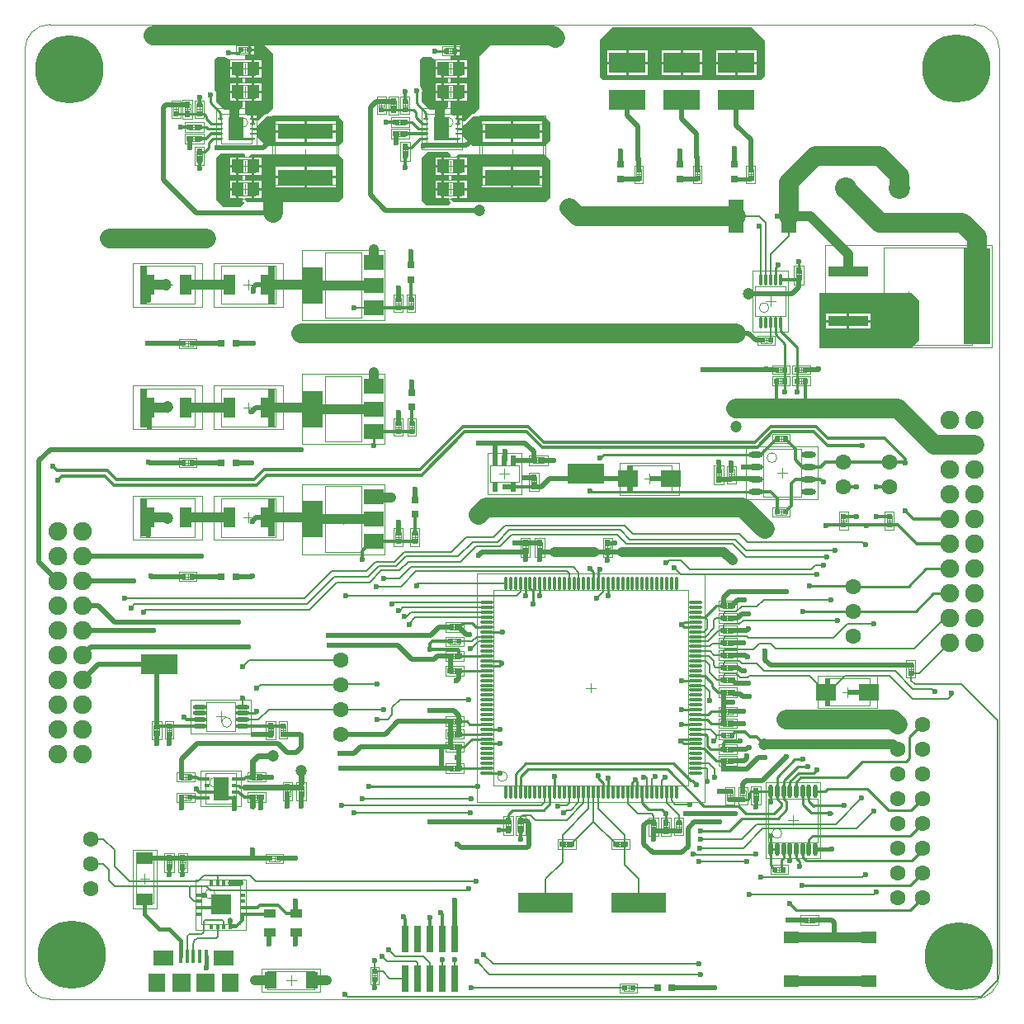
<source format=gtl>
G04 Layer_Physical_Order=1*
G04 Layer_Color=255*
%FSLAX25Y25*%
%MOIN*%
G70*
G01*
G75*
%ADD10C,0.00787*%
%ADD11R,0.01575X0.05315*%
%ADD12R,0.08268X0.06299*%
%ADD13R,0.07087X0.07480*%
%ADD14R,0.07480X0.07480*%
%ADD15R,0.01575X0.05335*%
%ADD16R,0.02598X0.02441*%
%ADD17R,0.22047X0.08268*%
%ADD18O,0.05905X0.02362*%
%ADD19R,0.02362X0.03937*%
%ADD20R,0.14567X0.07874*%
%ADD21R,0.02362X0.02165*%
%ADD22R,0.02165X0.02362*%
%ADD23R,0.02441X0.02598*%
%ADD24R,0.03150X0.03150*%
%ADD25R,0.05000X0.08465*%
%ADD26R,0.16339X0.04134*%
%ADD27R,0.10630X0.38583*%
%ADD28R,0.07874X0.05905*%
%ADD29R,0.07874X0.14961*%
%ADD30R,0.06299X0.13780*%
%ADD31O,0.01181X0.05315*%
%ADD32O,0.05512X0.01968*%
%ADD33R,0.03150X0.03150*%
%ADD34R,0.06102X0.05118*%
%ADD35R,0.07165X0.05000*%
%ADD36R,0.08268X0.07087*%
%ADD37R,0.05866X0.09449*%
%ADD38R,0.02362X0.01181*%
%ADD39R,0.22441X0.06299*%
%ADD40R,0.04724X0.05315*%
%ADD41R,0.02165X0.00984*%
%ADD42R,0.06299X0.09449*%
%ADD43O,0.01772X0.05512*%
%ADD44R,0.05000X0.07165*%
%ADD45R,0.03000X0.11000*%
%ADD46R,0.05118X0.03543*%
%ADD47R,0.08268X0.08268*%
%ADD48R,0.01181X0.01968*%
%ADD49R,0.01968X0.01181*%
%ADD50O,0.01181X0.05709*%
%ADD51O,0.05709X0.01181*%
%ADD52C,0.03937*%
%ADD53C,0.01968*%
%ADD54C,0.07874*%
%ADD55C,0.01000*%
%ADD56C,0.01181*%
%ADD57C,0.01575*%
%ADD58C,0.02362*%
%ADD59C,0.00394*%
%ADD60R,0.02960X0.15512*%
%ADD61R,0.02436X0.10984*%
%ADD62C,0.00197*%
%ADD63C,0.27559*%
%ADD64C,0.06299*%
%ADD65C,0.08661*%
%ADD66C,0.07480*%
%ADD67C,0.02362*%
%ADD68C,0.01968*%
%ADD69C,0.04724*%
G36*
X394882Y880315D02*
Y877953D01*
X389764Y872835D01*
X389764Y851968D01*
X387634Y849839D01*
X387428D01*
X387038Y849761D01*
X386707Y849540D01*
X383784Y846616D01*
X383283Y846824D01*
Y847138D01*
X381201D01*
Y847638D01*
X380701D01*
Y849130D01*
X379219D01*
X378854Y849425D01*
D01*
X378405Y849548D01*
X378346Y849606D01*
Y855004D01*
X380996D01*
Y858661D01*
Y862319D01*
X378346D01*
Y864453D01*
X380996D01*
Y868110D01*
Y871768D01*
X378346D01*
Y873114D01*
X379520D01*
Y875197D01*
Y877279D01*
X378774D01*
X378567Y877779D01*
X383071Y882283D01*
X392913D01*
X394882Y880315D01*
D02*
G37*
G36*
X418504Y846457D02*
X418504Y838976D01*
X416142Y836614D01*
X387402Y836614D01*
X383465Y840551D01*
X383283D01*
Y841256D01*
X381388D01*
X381201Y841293D01*
Y842232D01*
X383283D01*
Y843201D01*
X381201D01*
Y844140D01*
X381388Y844177D01*
X383283D01*
Y844853D01*
X383708Y845278D01*
X383887Y845278D01*
X384672Y846063D01*
X387428Y848819D01*
X416142Y848819D01*
X418504Y846457D01*
D02*
G37*
G36*
X418504Y831102D02*
Y816142D01*
X416535Y814173D01*
X379528D01*
X378740Y814961D01*
Y815634D01*
X380996D01*
Y819291D01*
Y822949D01*
X378740D01*
Y825083D01*
X380996D01*
Y828740D01*
Y832398D01*
X380689D01*
X380497Y832860D01*
X381102Y833465D01*
X416142D01*
X418504Y831102D01*
D02*
G37*
G36*
X306693Y874016D02*
Y851968D01*
X304563Y849839D01*
X303963D01*
X303573Y849761D01*
X303242Y849540D01*
X300713Y847010D01*
X300405Y847138D01*
X298130D01*
Y847638D01*
X297630D01*
Y849130D01*
X296148D01*
X295783Y849425D01*
D01*
X295334Y849548D01*
X295276Y849606D01*
Y855004D01*
X297925D01*
Y858661D01*
Y862319D01*
X295276D01*
Y864453D01*
X297925D01*
Y868110D01*
Y871768D01*
X295276D01*
Y873508D01*
X296449D01*
Y875591D01*
Y877673D01*
X296413D01*
X296164Y878173D01*
X296294Y878347D01*
X302362D01*
X306693Y874016D01*
D02*
G37*
G36*
X505406Y879240D02*
X505406Y865067D01*
X503831Y863492D01*
X439657Y863492D01*
X438476Y864673D01*
X438476Y879634D01*
X443595Y884752D01*
X499894Y884752D01*
X505406Y879240D01*
D02*
G37*
G36*
X371358Y872047D02*
X371450D01*
X371835Y871768D01*
Y868610D01*
X375197D01*
Y868110D01*
X375697D01*
Y864453D01*
X377327D01*
Y862319D01*
X375697D01*
Y858661D01*
Y855004D01*
X377327D01*
Y852819D01*
X375886Y851378D01*
X369882D01*
X366732Y854528D01*
Y858760D01*
X366732Y858760D01*
X366791Y859055D01*
X366621Y859906D01*
X366139Y860628D01*
X366043Y860692D01*
Y871850D01*
X366929Y872736D01*
X370669D01*
X371358Y872047D01*
D02*
G37*
G36*
X287732Y872355D02*
X288041Y872293D01*
X288287Y872047D01*
X288380D01*
X288764Y871768D01*
Y868610D01*
X292126D01*
Y868110D01*
X292626D01*
Y864453D01*
X294256D01*
Y862319D01*
X292626D01*
Y858661D01*
Y855004D01*
X294256D01*
Y852819D01*
X292815Y851378D01*
X286811D01*
X283661Y854528D01*
Y858760D01*
X282972Y859449D01*
Y871850D01*
X283858Y872736D01*
X287161D01*
X287732Y872355D01*
D02*
G37*
G36*
X335039Y831496D02*
X335039Y816142D01*
X333071Y814173D01*
X296063D01*
X295276Y814961D01*
Y815634D01*
X297925D01*
Y819291D01*
Y822949D01*
X295276D01*
Y825083D01*
X297925D01*
Y828740D01*
Y832398D01*
X297224D01*
X297033Y832860D01*
X297638Y833465D01*
X333071D01*
X335039Y831496D01*
D02*
G37*
G36*
X335039Y846850D02*
Y838583D01*
X333071Y836614D01*
X303937Y836614D01*
X300213Y840339D01*
Y841256D01*
X298317D01*
X298130Y841293D01*
Y842232D01*
X300213D01*
Y843201D01*
X298130D01*
Y844140D01*
X298317Y844177D01*
X300213D01*
Y845068D01*
X300422Y845278D01*
X301207Y846063D01*
X303963Y848819D01*
X333071Y848819D01*
X335039Y846850D01*
D02*
G37*
G36*
X567717Y774409D02*
X567717Y758268D01*
X564567Y755118D01*
X527165Y755118D01*
X527165Y777559D01*
X564567Y777559D01*
X567717Y774409D01*
D02*
G37*
G36*
X295276Y833268D02*
Y832398D01*
X292626D01*
Y828740D01*
Y825083D01*
X294256D01*
Y822949D01*
X292626D01*
Y819291D01*
Y815634D01*
X294256D01*
Y814961D01*
X294334Y814570D01*
X294555Y814240D01*
X295096Y813698D01*
X293406Y812008D01*
X286417D01*
X283563Y814862D01*
Y831988D01*
X285477Y833902D01*
X294641D01*
X295276Y833268D01*
D02*
G37*
G36*
X378346Y833268D02*
Y832398D01*
X375697D01*
Y828740D01*
Y825083D01*
X377721D01*
Y822949D01*
X375697D01*
Y819291D01*
Y815634D01*
X377721D01*
Y814961D01*
X377798Y814570D01*
X378019Y814240D01*
X378346Y813912D01*
Y813878D01*
X377318Y812850D01*
X368646D01*
X366634Y814862D01*
Y831988D01*
X368898Y834252D01*
X377362D01*
X378346Y833268D01*
D02*
G37*
%LPC*%
G36*
X384858Y871768D02*
X381996D01*
Y868610D01*
X384858D01*
Y871768D01*
D02*
G37*
G36*
X382201Y874697D02*
X380520D01*
Y873114D01*
X382201D01*
Y874697D01*
D02*
G37*
G36*
Y877279D02*
X380520D01*
Y875697D01*
X382201D01*
Y877279D01*
D02*
G37*
G36*
X384858Y867610D02*
X381996D01*
Y864453D01*
X384858D01*
Y867610D01*
D02*
G37*
G36*
X383283Y849130D02*
X381701D01*
Y848138D01*
X383283D01*
Y849130D01*
D02*
G37*
G36*
X384858Y862319D02*
X381996D01*
Y859161D01*
X384858D01*
Y862319D01*
D02*
G37*
G36*
Y858161D02*
X381996D01*
Y855004D01*
X384858D01*
Y858161D01*
D02*
G37*
G36*
X402650Y842216D02*
X390929D01*
Y838567D01*
X402650D01*
Y842216D01*
D02*
G37*
G36*
X415370Y846866D02*
X403650D01*
Y843217D01*
X415370D01*
Y846866D01*
D02*
G37*
G36*
Y842216D02*
X403650D01*
Y838567D01*
X415370D01*
Y842216D01*
D02*
G37*
G36*
X402650Y846866D02*
X390929D01*
Y843217D01*
X402650D01*
Y846866D01*
D02*
G37*
G36*
X384858Y828240D02*
X381996D01*
Y825083D01*
X384858D01*
Y828240D01*
D02*
G37*
G36*
X415370Y828362D02*
X403650D01*
Y824713D01*
X415370D01*
Y828362D01*
D02*
G37*
G36*
X384858Y832398D02*
X381996D01*
Y829240D01*
X384858D01*
Y832398D01*
D02*
G37*
G36*
X402650Y828362D02*
X390929D01*
Y824713D01*
X402650D01*
Y828362D01*
D02*
G37*
G36*
X384858Y818791D02*
X381996D01*
Y815634D01*
X384858D01*
Y818791D01*
D02*
G37*
G36*
Y822949D02*
X381996D01*
Y819791D01*
X384858D01*
Y822949D01*
D02*
G37*
G36*
X415370Y823713D02*
X403650D01*
Y820063D01*
X415370D01*
Y823713D01*
D02*
G37*
G36*
X402650D02*
X390929D01*
Y820063D01*
X402650D01*
Y823713D01*
D02*
G37*
G36*
X301787Y871768D02*
X298925D01*
Y868610D01*
X301787D01*
Y871768D01*
D02*
G37*
G36*
X299130Y875091D02*
X297449D01*
Y873508D01*
X299130D01*
Y875091D01*
D02*
G37*
G36*
Y877673D02*
X297449D01*
Y876091D01*
X299130D01*
Y877673D01*
D02*
G37*
G36*
X300213Y849130D02*
X298630D01*
Y848138D01*
X300213D01*
Y849130D01*
D02*
G37*
G36*
X301787Y858161D02*
X298925D01*
Y855004D01*
X301787D01*
Y858161D01*
D02*
G37*
G36*
X301787Y867610D02*
X298925D01*
Y864453D01*
X301787D01*
Y867610D01*
D02*
G37*
G36*
X301787Y862319D02*
X298925D01*
Y859161D01*
X301787D01*
Y862319D01*
D02*
G37*
G36*
X501984Y869866D02*
X494201D01*
Y865429D01*
X501984D01*
Y869866D01*
D02*
G37*
G36*
X449213Y875303D02*
X441429D01*
Y870866D01*
X449213D01*
Y875303D01*
D02*
G37*
G36*
X493201Y869866D02*
X485417D01*
Y865429D01*
X493201D01*
Y869866D01*
D02*
G37*
G36*
X457996D02*
X450213D01*
Y865429D01*
X457996D01*
Y869866D01*
D02*
G37*
G36*
X449213D02*
X441429D01*
Y865429D01*
X449213D01*
Y869866D01*
D02*
G37*
G36*
X479990D02*
X472207D01*
Y865429D01*
X479990D01*
Y869866D01*
D02*
G37*
G36*
X471207D02*
X463423D01*
Y865429D01*
X471207D01*
Y869866D01*
D02*
G37*
G36*
X457996Y875303D02*
X450213D01*
Y870866D01*
X457996D01*
Y875303D01*
D02*
G37*
G36*
X493201D02*
X485417D01*
Y870866D01*
X493201D01*
Y875303D01*
D02*
G37*
G36*
X471207D02*
X463423D01*
Y870866D01*
X471207D01*
Y875303D01*
D02*
G37*
G36*
X479990D02*
X472207D01*
Y870866D01*
X479990D01*
Y875303D01*
D02*
G37*
G36*
X501984D02*
X494201D01*
Y870866D01*
X501984D01*
Y875303D01*
D02*
G37*
G36*
X374697Y867610D02*
X371835D01*
Y864453D01*
X374697D01*
Y867610D01*
D02*
G37*
G36*
X374697Y858161D02*
X371835D01*
Y855004D01*
X374697D01*
Y858161D01*
D02*
G37*
G36*
Y862319D02*
X371835D01*
Y859161D01*
X374697D01*
Y862319D01*
D02*
G37*
G36*
X291626Y858161D02*
X288764D01*
Y855004D01*
X291626D01*
Y858161D01*
D02*
G37*
G36*
X291626Y867610D02*
X288764D01*
Y864453D01*
X291626D01*
Y867610D01*
D02*
G37*
G36*
X291626Y862319D02*
X288764D01*
Y859161D01*
X291626D01*
Y862319D01*
D02*
G37*
G36*
X301787Y828240D02*
X298925D01*
Y825083D01*
X301787D01*
Y828240D01*
D02*
G37*
G36*
Y832398D02*
X298925D01*
Y829240D01*
X301787D01*
Y832398D01*
D02*
G37*
G36*
X301787Y818791D02*
X298925D01*
Y815634D01*
X301787D01*
Y818791D01*
D02*
G37*
G36*
X331906Y828362D02*
X320185D01*
Y824713D01*
X331906D01*
Y828362D01*
D02*
G37*
G36*
X319185D02*
X307465D01*
Y824713D01*
X319185D01*
Y828362D01*
D02*
G37*
G36*
X331906Y823713D02*
X320185D01*
Y820063D01*
X331906D01*
Y823713D01*
D02*
G37*
G36*
X301787Y822949D02*
X298925D01*
Y819791D01*
X301787D01*
Y822949D01*
D02*
G37*
G36*
X319185Y823713D02*
X307465D01*
Y820063D01*
X319185D01*
Y823713D01*
D02*
G37*
G36*
Y842216D02*
X307465D01*
Y838567D01*
X319185D01*
Y842216D01*
D02*
G37*
G36*
X331906D02*
X320185D01*
Y838567D01*
X331906D01*
Y842216D01*
D02*
G37*
G36*
X319185Y846866D02*
X307465D01*
Y843217D01*
X319185D01*
Y846866D01*
D02*
G37*
G36*
X331906D02*
X320185D01*
Y843217D01*
X331906D01*
Y846866D01*
D02*
G37*
G36*
X547949Y765484D02*
X539280D01*
Y762917D01*
X547949D01*
Y765484D01*
D02*
G37*
G36*
X538279D02*
X529610D01*
Y762917D01*
X538279D01*
Y765484D01*
D02*
G37*
G36*
X547949Y769051D02*
X539280D01*
Y766484D01*
X547949D01*
Y769051D01*
D02*
G37*
G36*
X538279D02*
X529610D01*
Y766484D01*
X538279D01*
Y769051D01*
D02*
G37*
G36*
X291626Y828240D02*
X288764D01*
Y825083D01*
X291626D01*
Y828240D01*
D02*
G37*
G36*
Y832398D02*
X288764D01*
Y829240D01*
X291626D01*
Y832398D01*
D02*
G37*
G36*
X291626Y818791D02*
X288764D01*
Y815634D01*
X291626D01*
Y818791D01*
D02*
G37*
G36*
Y822949D02*
X288764D01*
Y819791D01*
X291626D01*
Y822949D01*
D02*
G37*
G36*
X374697Y828240D02*
X371835D01*
Y825083D01*
X374697D01*
Y828240D01*
D02*
G37*
G36*
Y832398D02*
X371835D01*
Y829240D01*
X374697D01*
Y832398D01*
D02*
G37*
G36*
X374697Y818791D02*
X371835D01*
Y815634D01*
X374697D01*
Y818791D01*
D02*
G37*
G36*
Y822949D02*
X371835D01*
Y819791D01*
X374697D01*
Y822949D01*
D02*
G37*
%LPD*%
D10*
X272638Y518307D02*
G03*
X271850Y517520I0J-787D01*
G01*
X277274Y518307D02*
G03*
X278543Y519577I0J1270D01*
G01*
X286713Y521457D02*
G03*
X286614Y521358I0J-98D01*
G01*
X279626Y524213D02*
G03*
X278543Y523130I0J-1083D01*
G01*
X286713Y523130D02*
G03*
X285630Y524213I-1083J0D01*
G01*
X276181Y516634D02*
G03*
X274410Y514862I0J-1772D01*
G01*
X283268Y516634D02*
G03*
X284154Y517520I0J886D01*
G01*
X416732Y540748D02*
X423425Y547441D01*
X437992Y569095D02*
Y573917D01*
Y569095D02*
X448622Y558465D01*
Y546260D02*
X454134Y540748D01*
Y531102D02*
Y540748D01*
X416732Y531102D02*
Y540748D01*
X434055Y569095D02*
Y573917D01*
X423425Y558464D02*
X434055Y569095D01*
X432047Y571417D02*
Y575669D01*
X426929Y554724D02*
X436024Y563819D01*
Y573917D01*
Y563819D02*
X445118Y554724D01*
Y554724D02*
Y554724D01*
X495669Y808268D02*
X502894D01*
X449764Y571102D02*
X453937Y566929D01*
X449764Y571102D02*
Y575669D01*
X507480Y758268D02*
Y765256D01*
Y758268D02*
X507480Y758268D01*
X477224Y601161D02*
X483287D01*
X485630Y598819D01*
X488484D01*
X485761Y621129D02*
X488425D01*
X477224Y628721D02*
X481220D01*
X482776Y624114D02*
X485761Y621129D01*
X482776Y624114D02*
Y627165D01*
X481220Y628721D02*
X482776Y627165D01*
X477224Y630689D02*
X482500D01*
X484449Y628740D01*
Y626968D02*
Y628740D01*
Y626968D02*
X485302Y626116D01*
X488425D01*
X477224Y632657D02*
X483091D01*
X484744Y631004D01*
X488327D01*
X488425Y631102D01*
X381594Y636614D02*
X386909D01*
X388858Y638563D01*
X392776D01*
X425197Y564567D02*
X432047Y571417D01*
X465512Y571496D02*
Y575669D01*
X353740Y500394D02*
X359961D01*
X350787Y503346D02*
X353740Y500394D01*
X347638Y503346D02*
X350787D01*
X347638D02*
Y507579D01*
X369961Y500394D02*
Y506713D01*
X367126Y509547D02*
X369961Y506713D01*
X374961Y500394D02*
Y508209D01*
X379961Y500394D02*
Y508228D01*
X364646Y660118D02*
X400551D01*
X360581Y646900D02*
X362087Y648406D01*
X392776D01*
X357283Y649213D02*
X357776D01*
X358937Y650374D01*
X392776D01*
X354626Y651673D02*
X355295Y652343D01*
X392776D01*
X361417Y643799D02*
X364055Y646437D01*
X392776D01*
X361614Y643307D02*
X361909D01*
X364469Y659941D02*
X364646Y660118D01*
X364469Y658957D02*
Y659941D01*
X353199Y512155D02*
X355807Y509547D01*
X367126D01*
X350541Y509498D02*
X352658Y507382D01*
X406457Y656752D02*
Y660118D01*
X404921Y655217D02*
X406457Y656752D01*
X425197Y664961D02*
X426142Y664016D01*
Y660118D02*
Y664016D01*
X427756Y666732D02*
X430079Y664409D01*
Y660118D02*
Y664409D01*
X333858Y619213D02*
X334173Y618898D01*
X333858Y609213D02*
X334016Y609055D01*
X296929Y629213D02*
X333858D01*
X294094Y626378D02*
X296929Y629213D01*
X301496Y619213D02*
X333858D01*
X300000Y617717D02*
X301496Y619213D01*
X304882Y609213D02*
X333858D01*
X300689Y605020D02*
X304882Y609213D01*
X294094Y605020D02*
X300689D01*
X294094Y610138D02*
Y613779D01*
X503543Y782776D02*
Y803543D01*
X505512Y784882D02*
Y805650D01*
X502894Y808268D02*
X505512Y805650D01*
X502756Y804331D02*
X503543Y803543D01*
X507480Y782776D02*
Y792913D01*
X514961Y800394D01*
Y808405D02*
Y808405D01*
X510236Y808405D02*
X514961D01*
X299567Y539764D02*
X388583D01*
X393951Y502151D02*
X479345D01*
X388799Y507303D02*
X393951Y502151D01*
X477224Y587382D02*
X482697D01*
X484252Y581890D02*
X485039D01*
X391732Y510236D02*
X395669Y506299D01*
X478740D01*
X477224Y585413D02*
X481516D01*
X481890Y585039D01*
Y579921D02*
Y585039D01*
X272835Y533465D02*
X274705Y531595D01*
X276575D01*
X385039Y536221D02*
X385650Y536831D01*
X279528Y537795D02*
X281102Y536221D01*
X385039D01*
X233071Y556850D02*
X238032D01*
X242520Y552362D01*
X233071Y546850D02*
X237795D01*
X242520Y545669D02*
Y552362D01*
Y545669D02*
X248425Y539764D01*
X416299Y571811D02*
Y575669D01*
X412500Y564567D02*
X425197D01*
X410630Y566437D02*
X412500Y564567D01*
X421654Y570079D02*
X422047Y570472D01*
X425197D02*
X426142Y571417D01*
X422047Y570472D02*
X425197D01*
X426142Y571417D02*
Y575669D01*
X339370Y567323D02*
X386221D01*
X424016D02*
X425197Y568504D01*
X426772D01*
X430079Y571811D01*
Y575669D01*
X334567Y619291D02*
X348425D01*
X342520Y573228D02*
X386614D01*
X339370Y771260D02*
X347047D01*
X347284Y771496D01*
X414961Y570472D02*
X416299Y571811D01*
X334252Y570472D02*
X414961D01*
X335433Y494095D02*
X336614Y492913D01*
X592520D01*
X599213Y499606D01*
Y604724D01*
X584646Y619291D02*
X599213Y604724D01*
X565748Y619291D02*
X584646D01*
X564173Y620866D02*
X565748Y619291D01*
X564173Y620866D02*
Y623819D01*
X567520D01*
X579764Y636063D01*
X579764D01*
X485039Y582677D02*
Y585039D01*
X482697Y587382D02*
X485039Y585039D01*
X477224Y618878D02*
X480728D01*
X483071Y616535D01*
Y612598D02*
Y616535D01*
X477224Y640531D02*
X480689D01*
X481890Y641732D01*
Y645532D01*
X480984Y646437D02*
X481890Y645532D01*
X465512Y571496D02*
X470472Y566535D01*
Y563484D02*
Y566535D01*
X468504Y666535D02*
X471260Y663779D01*
X465354Y668504D02*
X465748D01*
X466535Y669291D01*
X471260D01*
X474803Y665748D01*
X524016D01*
X525591Y667323D01*
X488425Y631102D02*
Y632913D01*
X489075Y633563D01*
X495669D01*
X488425Y626116D02*
Y627894D01*
X489173Y628642D01*
X495079D01*
X496063Y627658D01*
X488425Y621129D02*
Y622776D01*
X489272Y623622D01*
X493701D01*
X495177Y622146D01*
X498228D02*
X498819Y622736D01*
X495177Y622146D02*
X498228D01*
X501870Y627658D02*
X504921Y624606D01*
X557776D01*
X564862Y617520D01*
X572638D01*
X496063Y627658D02*
X501870D01*
X564862Y613484D02*
X579331D01*
X580709Y614862D01*
Y615846D01*
X572638Y617520D02*
X573819Y616339D01*
X565650Y633760D02*
X577953Y646063D01*
X579764D01*
X509547Y633760D02*
X565650D01*
X507677Y635630D02*
X509547Y633760D01*
X471260Y663779D02*
X526181D01*
X525591Y667323D02*
X528937D01*
X467480Y572382D02*
Y575669D01*
Y572382D02*
X468996Y570866D01*
X474902D01*
X457638Y575669D02*
Y581437D01*
X459606Y575669D02*
Y581555D01*
X463543Y575669D02*
Y580571D01*
X464862Y581890D01*
X457283Y581791D02*
X457638Y581437D01*
X456201Y581791D02*
X457283D01*
X498819Y622736D02*
X523228D01*
X529823Y616142D01*
X555512Y622835D02*
X564862Y613484D01*
X529823Y616142D02*
X530905D01*
X537598Y622835D01*
X555512D01*
X389646Y636594D02*
X392776D01*
X386713Y633661D02*
X389646Y636594D01*
X386221Y633661D02*
X386713D01*
X385433Y613091D02*
X385531Y612992D01*
X334016Y609055D02*
X351181D01*
X357776Y612992D02*
Y613091D01*
X354724Y609941D02*
X357776Y612992D01*
X354724Y607087D02*
Y609941D01*
X352756Y605118D02*
X354724Y607087D01*
X348721Y605118D02*
X352756D01*
X357776Y613091D02*
X385433D01*
X386614Y496752D02*
X448425D01*
X448524Y496654D01*
X451870D02*
X461713D01*
X461811Y496752D01*
X479134Y556693D02*
X495866D01*
X502067Y562894D01*
X533957D01*
X544390Y573327D01*
X478937Y553150D02*
X496457D01*
X504232Y560925D01*
X542126D01*
X549114Y567913D01*
X476378Y550787D02*
X477264D01*
X477559Y550492D01*
X501181D02*
X501575Y550886D01*
X477559Y550492D02*
X501181D01*
X503543Y541339D02*
X544587D01*
X545768Y542520D01*
X478642Y547835D02*
X497933D01*
X498917Y534547D02*
X549213D01*
X550098Y535433D01*
X348327Y658858D02*
X358268D01*
X364370Y664961D01*
X425197D01*
X351378Y662106D02*
X357677D01*
X362303Y666732D01*
X427756D01*
X356385Y667040D02*
X360261Y670915D01*
X330304Y665158D02*
X344291D01*
X321088Y649434D02*
X332210Y660556D01*
X320191Y651600D02*
X331313Y662722D01*
X319182Y654035D02*
X330304Y665158D01*
X246555Y654035D02*
X319182D01*
X477224Y634626D02*
X482756D01*
X483957Y635827D01*
X488163D01*
X488425Y636089D01*
X384744Y678740D02*
X395669D01*
X488425Y636089D02*
Y637835D01*
X395669Y678740D02*
X400394Y683465D01*
X448524D01*
X488425Y637835D02*
X489173Y638583D01*
X495669D01*
X495866Y638779D01*
X498032D01*
X498622Y638189D01*
X532776D01*
X538484Y643898D01*
X549311D01*
X477224Y636594D02*
X482264D01*
X486745Y641076D01*
X488425D01*
Y642953D01*
X387106Y676870D02*
X397146D01*
X446850Y681595D02*
X450591Y677854D01*
X397146Y676870D02*
X401870Y681595D01*
X446850D01*
X488425Y642953D02*
X489075Y643602D01*
X494980D01*
X496457Y645079D01*
X534350D01*
X534449Y645177D01*
X533366Y673425D02*
X533661D01*
X477224Y638563D02*
X481083D01*
X484646Y642126D01*
Y645276D02*
X485433Y646063D01*
X484646Y642126D02*
Y645276D01*
X388583Y675098D02*
X398130D01*
X445472Y679823D02*
X449213Y676083D01*
X398130Y675098D02*
X402854Y679823D01*
X445472D01*
X485433Y646063D02*
X488425D01*
Y647776D02*
X489272Y648622D01*
X488425Y646063D02*
Y647776D01*
X489272Y648622D02*
X493701D01*
X495768Y650689D01*
X502067D01*
X504921Y653543D01*
X531988D01*
X344291Y665158D02*
X347933Y668799D01*
X355709D01*
X359547Y672638D01*
X357663Y665256D02*
X361305Y668898D01*
X332210Y660556D02*
X345596D01*
X350295Y665256D01*
X357663D01*
X331313Y662722D02*
X344808D01*
X349127Y667040D01*
X356385D01*
X361305Y668898D02*
X382382D01*
X388583Y675098D01*
X360261Y670915D02*
X381152D01*
X387106Y676870D01*
X359547Y672638D02*
X378642D01*
X384744Y678740D01*
X250590Y651600D02*
X320191D01*
X249188Y650197D02*
X250590Y651600D01*
X254134Y648524D02*
X255044Y649434D01*
X321088D01*
X271850Y509350D02*
Y517520D01*
X272638Y518307D02*
X277274D01*
X278543Y519577D02*
Y523130D01*
X286713Y521457D02*
Y523130D01*
X279626Y524213D02*
X285630D01*
X284154Y517520D02*
Y521457D01*
X514961Y800394D02*
Y808405D01*
X248425Y539764D02*
X276378D01*
X335827Y655217D02*
X404921D01*
X448622Y546260D02*
Y558465D01*
X423425Y547441D02*
Y558464D01*
X334173Y618898D02*
X334567Y619291D01*
X361417Y643799D02*
X361909Y643307D01*
X439921Y656850D02*
Y660118D01*
X437205Y654134D02*
X439921Y656850D01*
X240256Y540059D02*
Y544390D01*
X237795Y546850D02*
X240256Y544390D01*
X544587Y676772D02*
X545768Y675591D01*
X453937Y566929D02*
X459547D01*
X460236Y563543D02*
Y566240D01*
X459547Y566929D02*
X460236Y566240D01*
X484646Y596457D02*
X485630Y597441D01*
X485630Y598819D01*
X502756Y635630D02*
X507677D01*
X500492Y633366D02*
X502756Y635630D01*
X495669Y633563D02*
X495866Y633366D01*
X500492D01*
X406496Y563937D02*
Y565846D01*
X407087Y566437D01*
X410630D01*
X352658Y507382D02*
X364173D01*
X364961Y506595D01*
Y500394D02*
Y506595D01*
X274410Y509350D02*
Y514862D01*
X276181Y516634D02*
X283268D01*
X240256Y540059D02*
X242520Y537795D01*
X272736D01*
X272835D02*
X279528D01*
X272835Y533465D02*
Y537795D01*
X484252Y581890D02*
X485039Y582677D01*
X276378Y539764D02*
X278543Y541929D01*
X284154Y539173D02*
Y541929D01*
X278543D02*
X284154D01*
X297401D01*
X299567Y539764D01*
X411378Y699016D02*
X411811Y699449D01*
X449213Y676083D02*
X492323D01*
X497539Y670866D01*
X530217D01*
X497736Y673524D02*
X533366D01*
X448524Y683465D02*
X452067Y679921D01*
X493405Y677854D02*
X497736Y673524D01*
X450591Y677854D02*
X493405D01*
X533366Y673425D02*
Y673524D01*
X498228Y676772D02*
X544587D01*
X452067Y679921D02*
X495079D01*
X498228Y676772D01*
D11*
X269291Y509350D02*
D03*
X279528D02*
D03*
X276969D02*
D03*
X274410D02*
D03*
D12*
X262205Y508858D02*
D03*
X286614Y508858D02*
D03*
D13*
X259449Y498819D02*
D03*
X289370Y498819D02*
D03*
D14*
X269685Y498819D02*
D03*
X279134D02*
D03*
D15*
X271850Y509350D02*
D03*
D16*
X488425Y631102D02*
D03*
X491890D02*
D03*
X445118Y554724D02*
D03*
X448583D02*
D03*
X426929D02*
D03*
X423465D02*
D03*
X488425Y646063D02*
D03*
X491890D02*
D03*
X488425Y626116D02*
D03*
X491890D02*
D03*
X488425Y641076D02*
D03*
X491890D02*
D03*
X488425Y621129D02*
D03*
X491890D02*
D03*
X298268Y573622D02*
D03*
X301732D02*
D03*
X301732Y581890D02*
D03*
X298268D02*
D03*
X524961Y524016D02*
D03*
X521496D02*
D03*
X488425Y651181D02*
D03*
X491890D02*
D03*
X381653Y630709D02*
D03*
X378189D02*
D03*
X381653Y604331D02*
D03*
X378189D02*
D03*
X488425Y588386D02*
D03*
X491890D02*
D03*
X381653Y599213D02*
D03*
X378189D02*
D03*
X488425Y608268D02*
D03*
X491890D02*
D03*
X488425Y616142D02*
D03*
X491890D02*
D03*
X381653Y624803D02*
D03*
X378189D02*
D03*
X381653Y642520D02*
D03*
X378189D02*
D03*
X381653Y594095D02*
D03*
X378189D02*
D03*
X381653Y585433D02*
D03*
X378189D02*
D03*
X488425Y636089D02*
D03*
X491890D02*
D03*
X356142Y841732D02*
D03*
X359606D02*
D03*
X356142Y846457D02*
D03*
X359606D02*
D03*
X273071Y839764D02*
D03*
X276535D02*
D03*
X273071Y844488D02*
D03*
X276535D02*
D03*
X488425Y603543D02*
D03*
X491890D02*
D03*
X488524Y593012D02*
D03*
X491988D02*
D03*
X411949Y709842D02*
D03*
X415413D02*
D03*
D17*
X454134Y531102D02*
D03*
X416732D02*
D03*
D18*
X501575Y712224D02*
D03*
Y707224D02*
D03*
Y702224D02*
D03*
Y697224D02*
D03*
X522835Y712224D02*
D03*
Y707224D02*
D03*
Y702224D02*
D03*
Y697224D02*
D03*
D19*
X403740Y699016D02*
D03*
X396260D02*
D03*
Y709646D02*
D03*
X400000D02*
D03*
X403740D02*
D03*
D20*
X260630Y627559D02*
D03*
X433071Y704331D02*
D03*
X449713Y870366D02*
D03*
X471707D02*
D03*
X493701D02*
D03*
Y855512D02*
D03*
X471654D02*
D03*
X449713D02*
D03*
D21*
X513484Y688976D02*
D03*
X510138D02*
D03*
X504134Y758268D02*
D03*
X507480D02*
D03*
X521555Y746457D02*
D03*
X518209D02*
D03*
X510039D02*
D03*
X513386D02*
D03*
X270413Y756929D02*
D03*
X273760D02*
D03*
X270413Y708898D02*
D03*
X273760D02*
D03*
X270413Y662835D02*
D03*
X273760D02*
D03*
X272933Y573622D02*
D03*
X269587D02*
D03*
X376673Y875197D02*
D03*
X380020D02*
D03*
X293602Y875591D02*
D03*
X296949D02*
D03*
X512697Y544488D02*
D03*
X509350D02*
D03*
X305413Y548976D02*
D03*
X308760D02*
D03*
X272933Y581890D02*
D03*
X269587D02*
D03*
X378248Y636614D02*
D03*
X381594D02*
D03*
X491831Y598819D02*
D03*
X488484D02*
D03*
X513484Y718504D02*
D03*
X510138D02*
D03*
X518209Y741831D02*
D03*
X521555D02*
D03*
X513386D02*
D03*
X510039D02*
D03*
X451870Y496654D02*
D03*
X448524D02*
D03*
D22*
X555512Y687106D02*
D03*
Y683760D02*
D03*
X537008Y687106D02*
D03*
Y683760D02*
D03*
X491732Y705610D02*
D03*
Y702264D02*
D03*
X310630Y599114D02*
D03*
Y602461D02*
D03*
X357087Y771555D02*
D03*
Y774902D02*
D03*
Y721555D02*
D03*
Y724902D02*
D03*
Y677067D02*
D03*
Y680413D02*
D03*
X499508Y826968D02*
D03*
Y823622D02*
D03*
X564173Y627165D02*
D03*
Y623819D02*
D03*
X359842Y854823D02*
D03*
Y851476D02*
D03*
X350394D02*
D03*
Y854823D02*
D03*
X276772Y853248D02*
D03*
Y849902D02*
D03*
X267323D02*
D03*
Y853248D02*
D03*
X470472Y560138D02*
D03*
Y563484D02*
D03*
X496358Y572638D02*
D03*
Y575984D02*
D03*
X491142Y572638D02*
D03*
Y575984D02*
D03*
X347638Y503346D02*
D03*
Y500000D02*
D03*
X264567Y602461D02*
D03*
Y599114D02*
D03*
X362205Y774902D02*
D03*
Y771555D02*
D03*
X363779Y680413D02*
D03*
Y677067D02*
D03*
X362598Y724902D02*
D03*
Y721555D02*
D03*
X454232Y826968D02*
D03*
Y823622D02*
D03*
X477854Y826968D02*
D03*
Y823622D02*
D03*
D23*
X259449Y602520D02*
D03*
Y599055D02*
D03*
X486614Y702205D02*
D03*
Y705669D02*
D03*
X305512Y602520D02*
D03*
Y599055D02*
D03*
X270079Y545512D02*
D03*
Y548976D02*
D03*
X408425Y672795D02*
D03*
Y676260D02*
D03*
X460236Y563543D02*
D03*
Y560079D02*
D03*
X264567Y548976D02*
D03*
Y545512D02*
D03*
X411909Y699252D02*
D03*
Y702716D02*
D03*
X414331Y672795D02*
D03*
Y676260D02*
D03*
X441732Y672795D02*
D03*
Y676260D02*
D03*
X406496Y563937D02*
D03*
Y560472D02*
D03*
X518898Y782913D02*
D03*
Y786378D02*
D03*
X317913Y574350D02*
D03*
Y577815D02*
D03*
X312402D02*
D03*
Y574350D02*
D03*
X355118Y851417D02*
D03*
Y854882D02*
D03*
X359842Y832913D02*
D03*
Y836378D02*
D03*
X272047Y849842D02*
D03*
Y853307D02*
D03*
X276772Y830945D02*
D03*
Y834410D02*
D03*
X501575Y572677D02*
D03*
Y576142D02*
D03*
X465354Y563543D02*
D03*
Y560079D02*
D03*
X401575Y560472D02*
D03*
Y563937D02*
D03*
D24*
X285669Y756929D02*
D03*
X291575D02*
D03*
X285669Y708898D02*
D03*
X291575D02*
D03*
X285669Y662835D02*
D03*
X291575D02*
D03*
X467717Y496752D02*
D03*
X461811D02*
D03*
D25*
X256299Y731102D02*
D03*
X271260D02*
D03*
X256299Y686614D02*
D03*
X271260D02*
D03*
X303937Y780709D02*
D03*
X288976D02*
D03*
X303937Y731102D02*
D03*
X288976D02*
D03*
X303937Y686614D02*
D03*
X288976D02*
D03*
X256299Y780709D02*
D03*
X271260D02*
D03*
D26*
X538779Y785984D02*
D03*
Y765984D02*
D03*
D27*
X590945Y775984D02*
D03*
D28*
X347284Y771496D02*
D03*
Y780551D02*
D03*
Y789606D02*
D03*
Y721496D02*
D03*
Y730551D02*
D03*
Y739606D02*
D03*
Y677008D02*
D03*
Y686063D02*
D03*
Y695118D02*
D03*
D29*
X322480Y780551D02*
D03*
Y730551D02*
D03*
Y686063D02*
D03*
D30*
X493701Y808268D02*
D03*
X514961D02*
D03*
D31*
X503543Y765256D02*
D03*
X505512D02*
D03*
X507480D02*
D03*
X509449D02*
D03*
X511417D02*
D03*
X503543Y782776D02*
D03*
X505512D02*
D03*
X507480D02*
D03*
X509449D02*
D03*
X511417D02*
D03*
D32*
X294094Y602461D02*
D03*
Y605020D02*
D03*
Y607579D02*
D03*
Y610138D02*
D03*
X276772Y602461D02*
D03*
Y605020D02*
D03*
Y607579D02*
D03*
Y610138D02*
D03*
D33*
X362598Y731299D02*
D03*
Y737205D02*
D03*
X362205Y782874D02*
D03*
Y788779D02*
D03*
X363779Y687992D02*
D03*
Y693898D02*
D03*
X446752Y823524D02*
D03*
Y829429D02*
D03*
X470768Y823524D02*
D03*
Y829429D02*
D03*
X492815Y823524D02*
D03*
Y829429D02*
D03*
D34*
X515846Y517126D02*
D03*
X547146D02*
D03*
X515846Y499409D02*
D03*
X547146D02*
D03*
D35*
X254724Y532283D02*
D03*
Y548976D02*
D03*
D36*
X467323Y702362D02*
D03*
X450000D02*
D03*
X547146Y616142D02*
D03*
X529823D02*
D03*
D37*
X285433Y577165D02*
D03*
D38*
X290945Y573327D02*
D03*
Y575886D02*
D03*
Y578445D02*
D03*
Y581004D02*
D03*
X279921Y573327D02*
D03*
Y575886D02*
D03*
Y578445D02*
D03*
Y581004D02*
D03*
D39*
X403150Y824213D02*
D03*
Y842717D02*
D03*
X319685Y824213D02*
D03*
Y842717D02*
D03*
D40*
X381496Y819291D02*
D03*
X375197D02*
D03*
X381496Y828740D02*
D03*
X375197D02*
D03*
X381496Y858661D02*
D03*
X375197D02*
D03*
X298425Y819291D02*
D03*
X292126D02*
D03*
X298425Y828740D02*
D03*
X292126D02*
D03*
X298425Y858661D02*
D03*
X292126D02*
D03*
X298425Y868110D02*
D03*
X292126D02*
D03*
X381496Y868110D02*
D03*
X375197D02*
D03*
D41*
X368406Y847638D02*
D03*
Y845669D02*
D03*
Y843701D02*
D03*
Y841732D02*
D03*
Y839764D02*
D03*
X381201D02*
D03*
Y841732D02*
D03*
Y843701D02*
D03*
Y845669D02*
D03*
Y847638D02*
D03*
X298130D02*
D03*
Y845669D02*
D03*
Y843701D02*
D03*
Y841732D02*
D03*
Y839764D02*
D03*
X285335D02*
D03*
Y841732D02*
D03*
Y843701D02*
D03*
Y845669D02*
D03*
Y847638D02*
D03*
D42*
X374705Y843701D02*
D03*
X291634D02*
D03*
D43*
X525591Y575984D02*
D03*
X523032D02*
D03*
X520472D02*
D03*
X517913D02*
D03*
X515354D02*
D03*
X512795D02*
D03*
X510236D02*
D03*
X507677D02*
D03*
X525591Y552756D02*
D03*
X523032D02*
D03*
X520472D02*
D03*
X517913D02*
D03*
X515354D02*
D03*
X512795D02*
D03*
X510236D02*
D03*
X507677D02*
D03*
D44*
X305433Y499705D02*
D03*
X322126D02*
D03*
D45*
X379961Y516378D02*
D03*
X374961D02*
D03*
X369961D02*
D03*
X364961D02*
D03*
X359961D02*
D03*
Y500394D02*
D03*
X364961D02*
D03*
X369961D02*
D03*
X374961D02*
D03*
X379961D02*
D03*
D46*
X305118Y526575D02*
D03*
Y519095D02*
D03*
X315748Y526575D02*
D03*
Y519095D02*
D03*
D47*
X285433Y530315D02*
D03*
D48*
X281594Y539173D02*
D03*
X284154D02*
D03*
X286713D02*
D03*
X289272D02*
D03*
Y521457D02*
D03*
X286713D02*
D03*
X284154D02*
D03*
X281594D02*
D03*
D49*
X294291Y534154D02*
D03*
Y531595D02*
D03*
Y529035D02*
D03*
Y526476D02*
D03*
X276575D02*
D03*
Y529035D02*
D03*
Y531595D02*
D03*
Y534154D02*
D03*
D50*
X400551Y575669D02*
D03*
X402520D02*
D03*
X404488D02*
D03*
X406457D02*
D03*
X408425D02*
D03*
X410394D02*
D03*
X412362D02*
D03*
X414331D02*
D03*
X416299D02*
D03*
X418268D02*
D03*
X420236D02*
D03*
X422205D02*
D03*
X424173D02*
D03*
X426142D02*
D03*
X428110D02*
D03*
X430079D02*
D03*
X432047D02*
D03*
X434016D02*
D03*
X435984D02*
D03*
X437953D02*
D03*
X439921D02*
D03*
X441890D02*
D03*
X443858D02*
D03*
X445827D02*
D03*
X447795D02*
D03*
X449764D02*
D03*
X451732D02*
D03*
X453701D02*
D03*
X455669D02*
D03*
X457638D02*
D03*
X459606D02*
D03*
X461575D02*
D03*
X463543D02*
D03*
X465512D02*
D03*
X467480D02*
D03*
X469449D02*
D03*
Y660118D02*
D03*
X467480D02*
D03*
X465512D02*
D03*
X463543D02*
D03*
X461575D02*
D03*
X459606D02*
D03*
X457638D02*
D03*
X455669D02*
D03*
X453701D02*
D03*
X451732D02*
D03*
X449764D02*
D03*
X447795D02*
D03*
X445827D02*
D03*
X443858D02*
D03*
X441890D02*
D03*
X439921D02*
D03*
X437953D02*
D03*
X435984D02*
D03*
X434016D02*
D03*
X432047D02*
D03*
X430079D02*
D03*
X428110D02*
D03*
X426142D02*
D03*
X424173D02*
D03*
X422205D02*
D03*
X420236D02*
D03*
X418268D02*
D03*
X416299D02*
D03*
X414331D02*
D03*
X412362D02*
D03*
X410394D02*
D03*
X408425D02*
D03*
X406457D02*
D03*
X404488D02*
D03*
X402520D02*
D03*
X400551D02*
D03*
D51*
X477224Y583445D02*
D03*
Y585413D02*
D03*
Y587382D02*
D03*
Y589350D02*
D03*
Y591319D02*
D03*
Y593287D02*
D03*
Y595256D02*
D03*
Y597224D02*
D03*
Y599193D02*
D03*
Y601161D02*
D03*
Y603130D02*
D03*
Y605098D02*
D03*
Y607067D02*
D03*
Y609035D02*
D03*
Y611004D02*
D03*
Y612972D02*
D03*
Y614941D02*
D03*
Y616909D02*
D03*
Y618878D02*
D03*
Y620847D02*
D03*
Y622815D02*
D03*
Y624783D02*
D03*
Y626752D02*
D03*
Y628721D02*
D03*
Y630689D02*
D03*
Y632657D02*
D03*
Y634626D02*
D03*
Y636594D02*
D03*
Y638563D02*
D03*
Y640531D02*
D03*
Y642500D02*
D03*
Y644468D02*
D03*
Y646437D02*
D03*
Y648406D02*
D03*
Y650374D02*
D03*
Y652343D02*
D03*
X392776D02*
D03*
Y650374D02*
D03*
Y648406D02*
D03*
Y646437D02*
D03*
Y644468D02*
D03*
Y642500D02*
D03*
Y640531D02*
D03*
Y638563D02*
D03*
Y636594D02*
D03*
Y634626D02*
D03*
Y632657D02*
D03*
Y630689D02*
D03*
Y628721D02*
D03*
Y626752D02*
D03*
Y624783D02*
D03*
Y622815D02*
D03*
Y620847D02*
D03*
Y618878D02*
D03*
Y616909D02*
D03*
Y614941D02*
D03*
Y612972D02*
D03*
Y611004D02*
D03*
Y609035D02*
D03*
Y607067D02*
D03*
Y605098D02*
D03*
Y603130D02*
D03*
Y601161D02*
D03*
Y599193D02*
D03*
Y597224D02*
D03*
Y595256D02*
D03*
Y593287D02*
D03*
Y591319D02*
D03*
Y589350D02*
D03*
Y587382D02*
D03*
Y585413D02*
D03*
Y583445D02*
D03*
D52*
X515846Y499409D02*
X525197D01*
X532087D01*
X538976D01*
X547146D01*
X271260Y780709D02*
X288976D01*
X288976Y780709D01*
X271260Y731102D02*
X288583D01*
X273622Y686614D02*
X288583D01*
X288583Y686614D01*
X303937Y780709D02*
X322323D01*
X322480Y780551D02*
X347284D01*
X322323Y780709D02*
X322480Y780551D01*
Y730551D02*
X347284D01*
X321929Y731102D02*
X322480Y730551D01*
Y686063D02*
X347284D01*
X321929Y686614D02*
X322480Y686063D01*
X505020Y594980D02*
X556988D01*
X558898Y593071D01*
X447638Y672835D02*
X488681D01*
X492224Y669291D01*
X303543Y686614D02*
X303937D01*
X321929D01*
X303543Y731102D02*
X303937D01*
X321929D01*
X256299D02*
X256594D01*
X263779D01*
X264075Y731398D01*
X256299Y780709D02*
X263189D01*
X256299Y686614D02*
X263878D01*
X263976Y686516D01*
X538779Y785984D02*
Y793209D01*
X523583Y808405D02*
X538779Y793209D01*
X514961Y808405D02*
X523583D01*
X347284Y789606D02*
Y794921D01*
X347342Y739665D02*
Y745571D01*
X348228Y694783D02*
X354232D01*
X299410Y499606D02*
X305433D01*
X322126Y499705D02*
X328150D01*
X290945Y844390D02*
Y853051D01*
Y844390D02*
X291634Y843701D01*
X373819Y844587D02*
Y852854D01*
X515846Y517126D02*
X533366D01*
X547146D01*
X420315Y672795D02*
X422047Y672799D01*
X436220Y672831D01*
X348228Y694783D02*
Y695669D01*
D53*
X514567Y524016D02*
X521496D01*
X446752Y823524D02*
X454134D01*
X254724Y548976D02*
X264567D01*
X264567Y548976D02*
X270079D01*
X308760Y548976D02*
X315591D01*
Y526732D02*
Y531732D01*
Y526732D02*
X315748Y526575D01*
X414803Y699055D02*
X418110Y702362D01*
X298228Y548976D02*
Y551673D01*
X270079Y548976D02*
X298228D01*
X305413D01*
X498721Y777165D02*
X516142D01*
X518760Y779783D01*
Y782776D01*
X486614Y702205D02*
X491673D01*
X491732Y702264D01*
X501535D01*
X501575Y702224D01*
X403740Y709646D02*
X411772D01*
X381653Y599213D02*
Y604331D01*
X488425Y603543D02*
Y608268D01*
X411772Y709646D02*
X411811Y709685D01*
X408366Y716732D02*
X411811Y713287D01*
X396063Y716732D02*
X408366D01*
X389469D02*
X396063D01*
X396260Y709646D02*
Y716535D01*
X396063Y716732D02*
X396260Y716535D01*
X400000Y709646D02*
X400000Y709646D01*
X400000Y709646D02*
X400098Y709744D01*
Y713406D01*
X418110Y702362D02*
X422047D01*
X370079Y608858D02*
X379626D01*
X381653Y606831D01*
Y604331D02*
Y606831D01*
X384705Y639468D02*
X385827D01*
X381653Y642520D02*
X384705Y639468D01*
X380709Y620669D02*
X381653Y621614D01*
Y624803D01*
X489075Y612106D02*
X492126D01*
X488425Y612756D02*
X489075Y612106D01*
X488425Y612756D02*
Y616142D01*
Y611457D02*
X489075Y612106D01*
X488425Y608268D02*
Y611457D01*
X491890Y636089D02*
X496654D01*
X491890Y608268D02*
X496654D01*
X491890Y603543D02*
X496654D01*
X491732Y705610D02*
Y708858D01*
X490846Y656791D02*
X513976D01*
X488425Y654370D02*
X490846Y656791D01*
X488425Y651181D02*
Y654370D01*
Y585197D02*
Y588386D01*
X486909Y575984D02*
X491142D01*
X379961Y516378D02*
Y532027D01*
X380020Y532087D01*
X370079Y563878D02*
X401516D01*
X380906Y554823D02*
X382480Y553248D01*
X409154D01*
X410039Y554134D01*
Y563051D01*
X406496Y563937D02*
X409154D01*
X410039Y563051D01*
X467815Y496850D02*
X484842D01*
X467717Y496752D02*
X467815Y496850D01*
X496358Y575984D02*
Y579035D01*
X408425Y671220D02*
X408425Y671220D01*
X389567Y671358D02*
X391043Y672835D01*
X408386D01*
X408425Y672795D01*
X414331Y672795D02*
X420315D01*
X414331Y669685D02*
Y671260D01*
X436255Y672795D02*
X441732D01*
X436220Y672831D02*
X436255Y672795D01*
X441732D02*
X447598D01*
X496358Y579035D02*
X497638Y580315D01*
X504232D01*
X514075Y590158D01*
X491890Y592913D02*
X491988Y593012D01*
X497638Y592913D02*
X498425Y593701D01*
X498819D01*
X491890Y588386D02*
X497047D01*
X502461Y589862D02*
X505118D01*
X497047Y588386D02*
X498032Y589370D01*
Y590551D01*
X488425Y585197D02*
X497874D01*
X497835Y585236D02*
X497874Y585197D01*
X497835Y585236D02*
X502461Y589862D01*
X408425Y669685D02*
Y671220D01*
Y672795D01*
X289272Y539173D02*
X293504D01*
X273760Y756929D02*
X285669D01*
X273760Y708898D02*
X285669D01*
X273760Y662835D02*
X285669D01*
X256299Y780709D02*
X256299Y780709D01*
X291575Y756929D02*
X298425D01*
Y777953D02*
Y779528D01*
X299606Y780709D01*
X303937D01*
X256457Y708898D02*
X270413D01*
X298031Y729528D02*
X299606Y731102D01*
X303543D01*
X291575Y708898D02*
X298031D01*
X299606Y686614D02*
X303543D01*
X291575Y662835D02*
X297874D01*
X298150Y663110D01*
Y685157D02*
X299606Y686614D01*
X447598Y672795D02*
X447638Y672835D01*
X491890Y651181D02*
X494153Y653445D01*
X497047D01*
X491890Y646063D02*
X494291D01*
X495965Y647736D01*
X498622D01*
Y641732D02*
Y641798D01*
X491890Y641076D02*
X497900D01*
X491890Y631102D02*
X497342D01*
X498130Y630315D01*
X491890Y621129D02*
X493432Y619587D01*
X498524D01*
X496260Y614468D02*
X498819D01*
X495374Y615354D02*
X496260Y614468D01*
X492677Y615354D02*
X495374D01*
X491890Y616142D02*
X492677Y615354D01*
X491890Y626116D02*
X494291D01*
X495800Y624606D01*
X507480Y627165D02*
X564173D01*
X505413Y629232D02*
X507480Y627165D01*
X505413Y629232D02*
Y632579D01*
X525157Y524213D02*
X529035D01*
X524961Y524016D02*
X525157Y524213D01*
X459941Y551279D02*
X471555D01*
X474114Y553839D01*
Y561221D02*
X476575Y563681D01*
X474114Y553839D02*
Y561221D01*
X476575Y563681D02*
X487008D01*
X456398Y554823D02*
X459941Y551279D01*
X456398Y554823D02*
Y562303D01*
X457776Y563681D01*
X459980D01*
X460236Y556791D02*
Y560079D01*
X474016Y567126D02*
X474114Y567224D01*
X473228Y567126D02*
X474016D01*
X473228D02*
X473327Y567224D01*
X460236Y560079D02*
X460295Y560138D01*
X473327Y567224D02*
X474114D01*
X493307D01*
X491339Y572736D02*
X496457D01*
X539961Y616142D02*
X547146D01*
X459744Y702362D02*
X467323D01*
X496614Y707224D02*
X501575D01*
X404350Y676260D02*
X408425D01*
X414331D01*
X400295Y699016D02*
X403740D01*
X415413Y709842D02*
X419980D01*
X255945Y756929D02*
X270413D01*
X256299Y709055D02*
X256457Y708898D01*
X256299Y679921D02*
Y686614D01*
Y679921D02*
X256398Y679823D01*
X257143Y662914D02*
X257344Y662835D01*
X270413D01*
X232756Y634449D02*
X296457D01*
X229528Y631220D02*
X232756Y634449D01*
X229803Y640945D02*
X258268D01*
X229528Y641221D02*
X229803Y640945D01*
X242520Y644488D02*
X292717D01*
X235787Y651221D02*
X242520Y644488D01*
X229528Y651221D02*
X235787D01*
X229528Y661221D02*
X250197D01*
X229784Y670965D02*
X277461D01*
X229528Y671220D02*
X229784Y670965D01*
X212008Y668740D02*
X219528Y661221D01*
X212008Y668740D02*
Y709646D01*
X216437Y714075D01*
X318012D01*
X259449Y602520D02*
Y626378D01*
X260630Y627559D01*
X235866D02*
X260630D01*
X229528Y621220D02*
X235866Y627559D01*
X521555Y746457D02*
X526870D01*
X527067Y746654D01*
X470768Y823524D02*
X477756D01*
X477854Y823622D01*
X454232Y826968D02*
Y831594D01*
X454035Y831791D02*
X454232Y831594D01*
X454035Y831791D02*
Y844882D01*
X449713Y849205D02*
X454035Y844882D01*
X449713Y849205D02*
Y855512D01*
X477854Y826968D02*
Y832480D01*
X477658Y832677D02*
X477854Y832480D01*
X477658Y832677D02*
Y841732D01*
X471654Y847736D02*
X477658Y841732D01*
X471654Y847736D02*
Y855512D01*
X499606Y827067D02*
Y831594D01*
X499508Y826968D02*
X499606Y827067D01*
Y831594D02*
Y839272D01*
X493701Y845177D02*
X499606Y839272D01*
X493701Y845177D02*
Y855512D01*
X269587Y581890D02*
Y588976D01*
X304134Y837598D02*
Y837697D01*
X302461Y835925D02*
X304134Y837598D01*
X283957Y835925D02*
X302461D01*
X273071Y836063D02*
Y839764D01*
X272933Y835925D02*
X273071Y836063D01*
X356142Y838031D02*
Y841732D01*
X384646Y837008D02*
X387205Y839567D01*
X367126Y836811D02*
X367323Y837008D01*
X384646D01*
X275492Y809842D02*
X306594D01*
X262402Y822933D02*
X275492Y809842D01*
X262402Y822933D02*
Y852264D01*
X263386Y853248D01*
X267323D01*
X271988D01*
X272047Y853307D01*
X351969Y810827D02*
X389764D01*
X350394Y854823D02*
X355059D01*
X355118Y854882D01*
X345866Y816929D02*
X351969Y810827D01*
X348228Y854823D02*
X350394D01*
X345866Y816929D02*
Y852461D01*
X348228Y854823D01*
X446752Y829429D02*
Y834744D01*
X470768Y829429D02*
Y834744D01*
X492815Y829429D02*
Y835630D01*
X362205Y788779D02*
Y794095D01*
X356988Y775000D02*
X357087Y774902D01*
Y775098D02*
Y779331D01*
Y724902D02*
Y729134D01*
X362598Y737205D02*
Y741437D01*
X347284Y739606D02*
X347342Y739665D01*
X357087Y680413D02*
Y684646D01*
X363779Y693898D02*
Y698130D01*
X348031Y695472D02*
X348228Y695669D01*
X305453Y599114D02*
X305512Y599055D01*
X298622Y599114D02*
X305453D01*
X269587Y569390D02*
Y573622D01*
X301732Y569390D02*
Y573622D01*
X312402Y570118D02*
Y574350D01*
X317913Y570118D02*
Y574350D01*
X301732Y581890D02*
X305965D01*
X305020Y514370D02*
Y518996D01*
X315650Y514370D02*
Y518996D01*
X378189Y599213D02*
Y604331D01*
Y594095D02*
Y599213D01*
X356988Y604331D02*
X378189D01*
X351870Y599213D02*
X356988Y604331D01*
X333858Y599213D02*
X351870D01*
X339370Y591437D02*
X342028Y594095D01*
X333465Y591437D02*
X339370D01*
X373721Y642520D02*
X378189D01*
X370374Y639173D02*
X373721Y642520D01*
X329035Y639173D02*
X370374D01*
X378189Y624803D02*
Y630709D01*
X372933D02*
X378189D01*
X371555Y629331D02*
X372933Y630709D01*
X362500Y629331D02*
X371555D01*
X356791Y635039D02*
X362500Y629331D01*
X329134Y635039D02*
X356791D01*
X259449Y595374D02*
Y599055D01*
X264567Y595433D02*
Y599114D01*
X256594Y723228D02*
Y731102D01*
X256299Y774409D02*
Y780709D01*
X269587Y588976D02*
X275984Y595374D01*
X310630Y599114D02*
X317618D01*
X317913Y598819D01*
X315846Y591634D02*
X317913Y593701D01*
X312303Y591634D02*
X315846D01*
X308563Y595374D02*
X312303Y591634D01*
X275984Y595374D02*
X308563D01*
X317913Y593701D02*
Y598819D01*
X493701Y761221D02*
X498721D01*
X501673Y758268D01*
X504134D01*
X411811Y709685D02*
Y713287D01*
X459980Y563681D02*
X460039Y563740D01*
X480413Y746457D02*
X510039D01*
X374606Y585433D02*
Y594095D01*
X333858Y585433D02*
X374606D01*
X378189D01*
X342028Y594095D02*
X374606D01*
X378189D01*
X529035Y524213D02*
X532185D01*
X533366Y517126D02*
Y523032D01*
X532185Y524213D02*
X533366Y523032D01*
X290945Y569095D02*
Y573327D01*
X381653Y585433D02*
Y594095D01*
X411811Y699055D02*
X414803D01*
X422047Y702362D02*
X450000D01*
X356988Y775000D02*
X357087Y775098D01*
X460295Y560138D02*
X470472D01*
X491890Y592913D02*
X497638D01*
X495800Y624606D02*
X496949D01*
X497900Y641076D02*
X498622Y641798D01*
X408130Y702697D02*
X412008D01*
D54*
X551575Y805906D02*
X585039D01*
X590945Y800000D01*
Y775984D02*
Y800000D01*
X537795Y819685D02*
X551575Y805906D01*
X559449Y819685D02*
Y824803D01*
X551575Y832677D02*
X559449Y824803D01*
X306594Y809842D02*
Y814764D01*
X559055Y730709D02*
X573701Y716063D01*
X514961Y822047D02*
X525591Y832677D01*
X551575D01*
X514961Y808405D02*
Y822047D01*
X426378Y811614D02*
X429724Y808268D01*
X573701Y716063D02*
X579764D01*
X589764D01*
X514075Y604921D02*
X557047D01*
X558898Y603071D01*
X493701Y730709D02*
X509842D01*
X521752D01*
X559055D01*
X389469Y687598D02*
X392618Y690748D01*
X496358D02*
X505118Y681988D01*
X419587Y881496D02*
X420571Y880512D01*
X258366Y881496D02*
X419587D01*
X429724Y808268D02*
X493701D01*
X240453Y799311D02*
X279528D01*
X392618Y690748D02*
X496358D01*
X317913Y761221D02*
X493701D01*
D55*
X280315Y843701D02*
X285335D01*
X279528Y844488D02*
X280315Y843701D01*
X276535Y844488D02*
X279528D01*
X278445Y849902D02*
X279528Y848819D01*
X276772Y849902D02*
X278445D01*
X272106D02*
X276772D01*
X272047Y849842D02*
X272106Y849902D01*
X267382Y849842D02*
X272047D01*
X267323Y849902D02*
X267382Y849842D01*
X281496Y845669D02*
X285335D01*
X279528Y847638D02*
Y848819D01*
Y847638D02*
X281496Y845669D01*
X298130D02*
Y847638D01*
X381201Y845669D02*
Y847638D01*
X282283Y839764D02*
X285335D01*
X280709Y838189D02*
X282283Y839764D01*
X276772Y834410D02*
X278898D01*
X280709Y836220D01*
Y838189D01*
X281102Y854331D02*
Y857480D01*
Y854331D02*
X285335Y850098D01*
Y847638D02*
Y850098D01*
X365354Y843701D02*
X368406D01*
X362598Y846457D02*
X365354Y843701D01*
X359606Y846457D02*
X362598D01*
X366929Y845669D02*
X368406D01*
X364173Y848425D02*
X366929Y845669D01*
X364173Y848425D02*
Y850394D01*
X363090Y851476D02*
X364173Y850394D01*
X359842Y851476D02*
X363090D01*
X355177D02*
X359842D01*
X355118Y851417D02*
X355177Y851476D01*
X350453Y851417D02*
X355118D01*
X350394Y851476D02*
X350453Y851417D01*
X359842Y836378D02*
X360000Y836220D01*
X362205D01*
X365748Y839764D01*
X368406D01*
Y847638D02*
Y850098D01*
X364567Y853937D02*
X368406Y850098D01*
X364567Y853937D02*
Y859055D01*
X372047Y875197D02*
X376673D01*
X496457Y572736D02*
X498130D01*
X499665Y576142D02*
X501575D01*
X498130Y572736D02*
X498917Y573524D01*
Y575394D01*
X499665Y576142D01*
X501575D02*
X507520D01*
X507677Y575984D01*
X507677Y552756D02*
Y558071D01*
Y552756D02*
X510236D01*
X507677Y546161D02*
Y552756D01*
Y546161D02*
X509350Y544488D01*
X381673Y630689D02*
X392776D01*
X381673Y624783D02*
X392776D01*
X381653Y624803D02*
X381673Y624783D01*
X386043Y603130D02*
X392776D01*
X384842Y604331D02*
X386043Y603130D01*
X381653Y604331D02*
X384842D01*
X381673Y599193D02*
X392776D01*
X381653Y599213D02*
X381673Y599193D01*
X386791Y597224D02*
X392776D01*
X383661Y594095D02*
X386791Y597224D01*
X381653Y594095D02*
X383661D01*
X381673Y585413D02*
X392776D01*
X381653Y585433D02*
X381673Y585413D01*
X477224Y593287D02*
X480532D01*
X477224Y599193D02*
X481122D01*
X477224Y605098D02*
X482008D01*
X483563Y603543D01*
X488425D01*
X477224Y607067D02*
X482362D01*
X483661Y608366D01*
X488327D01*
X488425Y608268D01*
X486319Y616142D02*
X488425D01*
X484055Y618405D02*
X486319Y616142D01*
X477224Y622815D02*
X480925D01*
X484055Y619685D01*
Y618405D02*
Y619685D01*
X477224Y646437D02*
X480984D01*
X485728Y651181D01*
X488425D01*
X290945Y578445D02*
X292717D01*
X293307Y577854D01*
X295079D01*
X387008Y644095D02*
X388602Y642500D01*
X392776D01*
X480532Y593287D02*
X485433Y588386D01*
X487441D01*
X455669Y571496D02*
Y575669D01*
Y571496D02*
X458268Y568898D01*
X463681D01*
X418268Y570925D02*
Y575669D01*
X414331Y655079D02*
Y660118D01*
X441890Y655118D02*
Y660118D01*
X441732Y669291D02*
Y672795D01*
X294094Y607579D02*
X299311D01*
X300000Y608268D01*
X507677Y571654D02*
Y575984D01*
X406457Y582047D02*
X409449Y585039D01*
X406457Y575669D02*
Y582047D01*
X510236Y572835D02*
Y575984D01*
Y581890D01*
X511811Y570079D02*
Y571260D01*
X510236Y572835D02*
X511811Y571260D01*
X404488Y575669D02*
Y583228D01*
X408661Y587402D01*
X512795Y573032D02*
Y575984D01*
Y580512D01*
Y573032D02*
X514075Y571752D01*
Y568799D02*
Y571752D01*
X513386Y737402D02*
Y741831D01*
Y746457D01*
X518110Y737402D02*
Y741732D01*
X518209Y741831D01*
Y746457D01*
Y755413D01*
X511417Y762205D02*
X518209Y755413D01*
X511417Y762205D02*
Y765256D01*
X509449Y760630D02*
Y765256D01*
Y760630D02*
X513386Y756693D01*
Y746457D02*
Y756693D01*
X540945Y648819D02*
X566142D01*
X573386Y656063D01*
X579764D01*
X540945Y658819D02*
X563150D01*
X570394Y666063D01*
X579764D01*
X479134Y560236D02*
X490945D01*
X401516Y566870D02*
X403150Y568504D01*
X415846D01*
X418268Y570925D01*
X441890Y575669D02*
Y581339D01*
X345276Y577953D02*
X389370D01*
X347244Y715748D02*
Y721457D01*
X347284Y721496D01*
X481122Y599193D02*
X481890Y598425D01*
Y594488D02*
Y598425D01*
Y594488D02*
X483366Y593012D01*
X488524D01*
X472027Y597224D02*
X477224D01*
X471260Y596457D02*
X472027Y597224D01*
X472461Y595256D02*
X477224D01*
X471260Y596457D02*
X472461Y595256D01*
X471673Y609035D02*
X477224D01*
X471673Y620847D02*
X477224D01*
X472815Y644468D02*
X477224D01*
X471654Y643307D02*
X472461Y642500D01*
X477224D01*
X471654Y643307D02*
X472815Y644468D01*
X408425Y655079D02*
Y660118D01*
X463681Y568898D02*
X465354Y567224D01*
Y563937D02*
Y567224D01*
X409449Y585039D02*
X465748D01*
X480709Y570079D01*
X451732Y575669D02*
Y579685D01*
X452756Y580709D01*
X453701Y575669D02*
Y579764D01*
X452756Y580709D02*
X453701Y579764D01*
X439921Y575669D02*
Y579370D01*
X515354Y575984D02*
Y579921D01*
X408661Y587402D02*
X468110D01*
X475984Y580315D02*
X477559Y578740D01*
X468110Y587402D02*
X475197Y580315D01*
X475984D01*
X523228Y658957D02*
X540807D01*
X540945Y658819D01*
X520472Y648721D02*
X540846D01*
X540945Y648819D01*
X517913Y575984D02*
Y579823D01*
X544587Y588091D02*
X562106D01*
X563583Y589567D01*
Y598032D01*
X568622Y603071D01*
X568898D01*
X510236Y581890D02*
X517323Y588976D01*
X520472D01*
X512795Y580512D02*
X518504Y586221D01*
X522441D01*
X524803Y583465D02*
X526083Y584744D01*
X515354Y579921D02*
X518898Y583465D01*
X524803D01*
X538091Y581595D02*
X544587Y588091D01*
X517913Y579823D02*
X519685Y581595D01*
X538091D01*
X523032Y572047D02*
Y575984D01*
X564134Y568307D02*
X568898Y573071D01*
X555315Y568307D02*
X564134D01*
X520472Y570669D02*
Y575984D01*
Y570669D02*
X523819Y567323D01*
X532185Y567126D02*
X532382Y567323D01*
X531693Y567126D02*
X532185D01*
X523032Y552756D02*
Y556595D01*
X524508Y558071D02*
X563898D01*
X568898Y563071D01*
X523032Y556595D02*
X524508Y558071D01*
X520472Y549508D02*
Y552756D01*
X521949Y548032D02*
X564567D01*
X568898Y552362D01*
Y553071D01*
X520472Y549508D02*
X521949Y548032D01*
X564016Y538189D02*
X568898Y543071D01*
X563976Y528150D02*
X568898Y533071D01*
X523819Y567323D02*
X532382D01*
X471673Y603130D02*
X477224D01*
X392776Y601161D02*
X398327D01*
X392776Y595256D02*
X398327D01*
X392776Y583445D02*
X398327D01*
X546555Y577067D02*
X555315Y568307D01*
X525591Y575984D02*
X529528D01*
X530610Y577067D01*
X546555D01*
X515354Y530709D02*
X517913Y528150D01*
X563976D01*
X515354Y547933D02*
Y552756D01*
X512795Y549114D02*
Y552756D01*
X512008Y545177D02*
X512697Y544488D01*
X512008Y545177D02*
Y548327D01*
X512795Y549114D01*
X517913Y549016D02*
Y552756D01*
X519291Y545768D02*
Y547539D01*
X519341Y547589D01*
X517913Y549016D02*
X519341Y547589D01*
X520177Y538189D02*
X564016D01*
X490945Y560236D02*
X495866Y565158D01*
X510433D01*
X514075Y568799D01*
X508760Y567028D02*
X511811Y570079D01*
X480709D02*
X494685D01*
X497736Y567028D01*
X508760D01*
X437953Y660118D02*
Y665020D01*
X438681Y665748D01*
X435984Y660118D02*
Y664705D01*
X434744Y665945D02*
X435984Y664705D01*
X440256Y712205D02*
X501555D01*
X501575Y712224D01*
X292421Y874409D02*
X293602Y875591D01*
X288583Y874409D02*
X292421D01*
X438681Y710728D02*
X440158Y712205D01*
X434547Y697441D02*
X434764Y697224D01*
X501575D01*
X420236Y575669D02*
Y582126D01*
X437795Y581496D02*
X439921Y579370D01*
X437795Y581496D02*
Y582283D01*
X412362Y657933D02*
Y660118D01*
X411417Y656988D02*
X412362Y657933D01*
X411417Y651575D02*
Y656988D01*
X410394Y658012D02*
Y660118D01*
Y658012D02*
X411417Y656988D01*
X509449Y782776D02*
Y787598D01*
X510532Y788681D01*
X518898Y786378D02*
Y790158D01*
X291634Y842126D02*
Y843701D01*
Y842126D02*
X293996Y839764D01*
X298130D01*
X373819Y844587D02*
X374705Y843701D01*
Y841634D02*
Y843701D01*
Y841634D02*
X376575Y839764D01*
X381201D01*
X392776Y640531D02*
X399095D01*
X392776Y628721D02*
X398150D01*
X399016Y627854D01*
X397913Y626752D02*
X399016Y627854D01*
X392776Y626752D02*
X397913D01*
X401516Y563878D02*
Y566870D01*
X383228Y644095D02*
X387008D01*
X381653Y642520D02*
X383228Y644095D01*
X523032Y572047D02*
X525000Y570079D01*
X525197Y570276D01*
X537303D01*
D56*
X281496Y841732D02*
X285335D01*
X279528Y839764D02*
X281496Y841732D01*
X276535Y839764D02*
X279528D01*
X359606Y841732D02*
X368406D01*
X272933Y581890D02*
X275591D01*
X276476Y581004D01*
X279921D01*
X275492Y573327D02*
X279921D01*
X275197Y573622D02*
X275492Y573327D01*
X272933Y573622D02*
X275197D01*
X290945Y581004D02*
X294783D01*
X295669Y581890D01*
X298268D01*
X290945Y575886D02*
X292618D01*
X294882Y573622D01*
X298268D01*
X294291Y526476D02*
X305020D01*
X305118Y526575D01*
X294291Y529035D02*
X300295D01*
X301181Y529921D01*
X264567Y548976D02*
X264567Y548976D01*
X270079D02*
X270079Y548976D01*
X363779Y680413D02*
Y687992D01*
X362205Y774902D02*
Y782874D01*
X362598Y724902D02*
Y731102D01*
X403740Y699016D02*
X411378D01*
X294291Y524016D02*
Y526476D01*
X291732Y521457D02*
X294291Y524016D01*
X289272Y521457D02*
X291732D01*
X511516Y782776D02*
X518760D01*
X381653Y630709D02*
X381673Y630689D01*
X537008Y699055D02*
X542382D01*
X537008Y687106D02*
X542224D01*
X550157Y699055D02*
X555512D01*
X550098Y687106D02*
X555512D01*
X370079Y633514D02*
X381152D01*
X381653Y633012D01*
Y630709D02*
Y633012D01*
X488524Y595512D02*
X489075Y596063D01*
X488524Y593012D02*
Y595512D01*
X370079Y633514D02*
Y635630D01*
X371063Y636614D01*
X378248D01*
X289272Y521457D02*
Y523760D01*
Y524311D01*
X276575Y534154D02*
X278878D01*
X259784Y602461D02*
X264567D01*
X276772D01*
X358209Y677008D02*
X358268Y677067D01*
X363779D01*
X363779Y677067D01*
X347284Y771496D02*
X357028D01*
X357087Y771555D01*
X362205D01*
X346299Y677008D02*
X347284D01*
X342520Y673228D02*
X346299Y677008D01*
X342520Y669685D02*
Y673228D01*
X294094Y602461D02*
X310236D01*
X310630Y602067D01*
X362598Y731102D02*
X362992Y731496D01*
X510039Y730905D02*
Y741831D01*
X509842Y730709D02*
X510039Y730905D01*
X521555D02*
Y741831D01*
Y730905D02*
X521752Y730709D01*
X494783Y596063D02*
X495177Y596457D01*
X489075Y596063D02*
X494783D01*
X501575Y697224D02*
X501772Y697027D01*
X507500D01*
X510138Y694390D01*
Y688976D02*
Y694390D01*
X513484Y688976D02*
X515846Y691339D01*
Y700394D01*
X366437Y703740D02*
X384055Y721358D01*
X408833D01*
X530020Y683563D02*
X530217Y683760D01*
X537008D01*
X566457Y676063D02*
X579764D01*
X558760Y683760D02*
X566457Y676063D01*
X515846Y700394D02*
X517677Y702224D01*
X522835D01*
X527697D02*
X528839Y701083D01*
X522835Y702224D02*
X527697D01*
X555512Y683760D02*
X558760D01*
X530512Y715650D02*
X544587D01*
X524902Y721260D02*
X530512Y715650D01*
X517520Y709941D02*
Y714567D01*
X520236Y707224D02*
X522835D01*
X527894D01*
X529724Y709055D01*
X561811Y689370D02*
X565118Y686063D01*
X579764D01*
X529724Y709055D02*
X537008D01*
X555512D01*
X517520Y709941D02*
X520236Y707224D01*
X561811Y708661D02*
Y709055D01*
X259449Y602126D02*
X259784Y602461D01*
X491831Y598819D02*
X493209Y600197D01*
X497146D01*
X499311Y598032D01*
X501968D01*
X505020Y594980D01*
X270571Y606102D02*
X271654Y605020D01*
X276772D01*
X275492Y577067D02*
X276673Y575886D01*
X279921D01*
X284154D01*
X285433Y577165D01*
Y574606D02*
Y577165D01*
Y574606D02*
X286713Y573327D01*
X264567Y542421D02*
Y545512D01*
X270079Y542421D02*
Y545512D01*
X305020Y518996D02*
X305118Y519095D01*
X315650Y518996D02*
X315748Y519095D01*
X284154Y529035D02*
X285433Y530315D01*
X276575Y529035D02*
X284154D01*
X359961Y516378D02*
Y524488D01*
X359154Y525295D02*
X359961Y524488D01*
X369961Y516378D02*
Y525079D01*
X374961Y516378D02*
Y526516D01*
X374410Y527067D02*
X374961Y526516D01*
X347638Y496654D02*
Y500000D01*
X347284Y677008D02*
X358209D01*
X347284Y721496D02*
X362598D01*
X397874Y560472D02*
X401575D01*
X406496Y556693D02*
Y560472D01*
X276772Y853248D02*
Y856496D01*
X269291Y844488D02*
X273071D01*
X276772Y827854D02*
Y830945D01*
X359842Y854823D02*
Y858661D01*
X352264Y846457D02*
X356142D01*
X359842Y827953D02*
Y832913D01*
X301181Y529921D02*
X308465D01*
X311811Y526575D01*
X315748D01*
X286713Y573327D02*
X290945D01*
X508366Y721260D02*
X524902D01*
X408833Y721358D02*
X415132Y715059D01*
X502165D01*
X508366Y721260D01*
X501279Y717126D02*
X507480Y723327D01*
X525886D01*
X530512Y718701D01*
X553543D01*
X561811Y710433D01*
Y709055D02*
Y710433D01*
X415945Y717126D02*
X501279D01*
X409547Y723524D02*
X415945Y717126D01*
X383268Y723524D02*
X409547D01*
X298954Y701932D02*
X303026Y706004D01*
X365748D01*
X383268Y723524D01*
X303839Y703740D02*
X366437D01*
X242101Y699803D02*
X299902D01*
X303839Y703740D01*
X243245Y701932D02*
X298954D01*
X219488Y701673D02*
X221260Y703445D01*
X238459D01*
X242101Y699803D01*
X217421Y707480D02*
X219291Y705610D01*
X239567D01*
X243245Y701932D01*
X537008Y683760D02*
X555512D01*
X503199Y711762D02*
X510138Y718701D01*
X513533Y718553D02*
X517520Y714567D01*
X555512Y709055D02*
X561811D01*
D57*
X454134Y823524D02*
X454232Y823622D01*
X492815Y823524D02*
X499409D01*
X499508Y823622D01*
X269291Y509350D02*
Y515748D01*
X264567Y520472D02*
X269291Y515748D01*
X260630Y520472D02*
X264567D01*
X254724Y526378D02*
X260630Y520472D01*
X254724Y526378D02*
Y532283D01*
X525591Y552756D02*
X532087D01*
X501575Y569783D02*
Y572677D01*
X441732Y676260D02*
X444587D01*
X486614Y705669D02*
Y709154D01*
X279528Y504823D02*
Y509350D01*
D58*
X298268Y581890D02*
Y588327D01*
X300492Y590551D01*
X306594D01*
X298268Y570217D02*
Y573622D01*
X317913Y579429D02*
Y584547D01*
X295079Y577854D02*
X317913D01*
D59*
X216371Y885827D02*
G03*
X206299Y875755I0J-10072D01*
G01*
Y502198D02*
G03*
X216371Y492126I10072J0D01*
G01*
X589928D02*
G03*
X600000Y502198I0J10072D01*
G01*
Y875830D02*
G03*
X590003Y885827I-9997J0D01*
G01*
X216371D02*
X218110D01*
X206299Y508268D02*
Y875755D01*
Y502198D02*
Y508268D01*
X216371Y492126D02*
X589928D01*
X600000Y502198D02*
Y874016D01*
Y875830D01*
X218110Y885827D02*
X590003D01*
X510039Y710827D02*
G03*
X510039Y710827I-1969J0D01*
G01*
X506890Y771457D02*
G03*
X506890Y771457I-1969J0D01*
G01*
X289764Y603937D02*
G03*
X289764Y603937I-1969J0D01*
G01*
X284842Y579724D02*
G03*
X284842Y579724I-1969J0D01*
G01*
X379331Y846260D02*
G03*
X379331Y846260I-1969J0D01*
G01*
X296260D02*
G03*
X296260Y846260I-1969J0D01*
G01*
X512106Y559055D02*
G03*
X512106Y559055I-1969J0D01*
G01*
X283071Y534646D02*
G03*
X283071Y534646I-1969J0D01*
G01*
X401142Y582067D02*
G03*
X401142Y582067I-1969J0D01*
G01*
X488091Y632185D02*
X492224D01*
X488091Y630020D02*
X492224D01*
X488091D02*
Y632185D01*
X492224Y630020D02*
Y632185D01*
X504528Y695079D02*
Y714370D01*
X519882Y695079D02*
Y714370D01*
X504528D02*
X519882D01*
X504528Y695079D02*
X519882D01*
X394094Y700984D02*
Y707677D01*
X405905Y700984D02*
Y707677D01*
X394094Y700984D02*
X405905D01*
X394094Y707677D02*
X405905D01*
X509744Y687894D02*
X513878D01*
X509744Y690059D02*
X513878D01*
Y687894D02*
Y690059D01*
X509744Y687894D02*
Y690059D01*
X556595Y683366D02*
Y687500D01*
X554429Y683366D02*
Y687500D01*
X556595D01*
X554429Y683366D02*
X556595D01*
X538091D02*
Y687500D01*
X535925Y683366D02*
Y687500D01*
X538091D01*
X535925Y683366D02*
X538091D01*
X492815Y701870D02*
Y706004D01*
X490650Y701870D02*
Y706004D01*
X492815D01*
X490650Y701870D02*
X492815D01*
X260531Y598721D02*
Y602854D01*
X258366Y598721D02*
Y602854D01*
X260531D01*
X258366Y598721D02*
X260531D01*
X444783Y555807D02*
X448917D01*
X444783Y553642D02*
X448917D01*
X444783D02*
Y555807D01*
X448917Y553642D02*
Y555807D01*
X423130Y553642D02*
X427264D01*
X423130Y555807D02*
X427264D01*
Y553642D02*
Y555807D01*
X423130Y553642D02*
Y555807D01*
X488091Y647146D02*
X492224D01*
X488091Y644980D02*
X492224D01*
X488091D02*
Y647146D01*
X492224Y644980D02*
Y647146D01*
X488091Y627198D02*
X492224D01*
X488091Y625033D02*
X492224D01*
X488091D02*
Y627198D01*
X492224Y625033D02*
Y627198D01*
X488091Y642159D02*
X492224D01*
X488091Y639993D02*
X492224D01*
X488091D02*
Y642159D01*
X492224Y639993D02*
Y642159D01*
X488091Y622211D02*
X492224D01*
X488091Y620046D02*
X492224D01*
X488091D02*
Y622211D01*
X492224Y620046D02*
Y622211D01*
X485532Y701870D02*
Y706004D01*
X487697Y701870D02*
Y706004D01*
X485532Y701870D02*
X487697D01*
X485532Y706004D02*
X487697D01*
X306594Y598721D02*
Y602854D01*
X304429Y598721D02*
Y602854D01*
X306594D01*
X304429Y598721D02*
X306594D01*
X297933Y574705D02*
X302067D01*
X297933Y572539D02*
X302067D01*
X297933D02*
Y574705D01*
X302067Y572539D02*
Y574705D01*
X297933Y580807D02*
X302067D01*
X297933Y582972D02*
X302067D01*
Y580807D02*
Y582972D01*
X297933Y580807D02*
Y582972D01*
X268996Y545177D02*
Y549311D01*
X271161Y545177D02*
Y549311D01*
X268996Y545177D02*
X271161D01*
X268996Y549311D02*
X271161D01*
X521161Y522933D02*
X525295D01*
X521161Y525098D02*
X525295D01*
Y522933D02*
Y525098D01*
X521161Y522933D02*
Y525098D01*
X488091Y652264D02*
X492224D01*
X488091Y650098D02*
X492224D01*
X488091D02*
Y652264D01*
X492224Y650098D02*
Y652264D01*
X377854Y629626D02*
X381988D01*
X377854Y631791D02*
X381988D01*
Y629626D02*
Y631791D01*
X377854Y629626D02*
Y631791D01*
X407342Y672461D02*
Y676594D01*
X409508Y672461D02*
Y676594D01*
X407342Y672461D02*
X409508D01*
X407342Y676594D02*
X409508D01*
X461319Y559744D02*
Y563878D01*
X459154Y559744D02*
Y563878D01*
X461319D01*
X459154Y559744D02*
X461319D01*
X377854Y603248D02*
X381988D01*
X377854Y605413D02*
X381988D01*
Y603248D02*
Y605413D01*
X377854Y603248D02*
Y605413D01*
X488091Y589468D02*
X492224D01*
X488091Y587303D02*
X492224D01*
X488091D02*
Y589468D01*
X492224Y587303D02*
Y589468D01*
X377854Y598130D02*
X381988D01*
X377854Y600295D02*
X381988D01*
Y598130D02*
Y600295D01*
X377854Y598130D02*
Y600295D01*
X265650Y545177D02*
Y549311D01*
X263484Y545177D02*
Y549311D01*
X265650D01*
X263484Y545177D02*
X265650D01*
X410827Y698917D02*
Y703051D01*
X412992Y698917D02*
Y703051D01*
X410827Y698917D02*
X412992D01*
X410827Y703051D02*
X412992D01*
X413248Y672461D02*
Y676594D01*
X415413Y672461D02*
Y676594D01*
X413248Y672461D02*
X415413D01*
X413248Y676594D02*
X415413D01*
X440650Y672461D02*
Y676594D01*
X442815Y672461D02*
Y676594D01*
X440650Y672461D02*
X442815D01*
X440650Y676594D02*
X442815D01*
X488091Y609350D02*
X492224D01*
X488091Y607185D02*
X492224D01*
X488091D02*
Y609350D01*
X492224Y607185D02*
Y609350D01*
X407579Y560138D02*
Y564272D01*
X405413Y560138D02*
Y564272D01*
X407579D01*
X405413Y560138D02*
X407579D01*
X488091Y617224D02*
X492224D01*
X488091Y615059D02*
X492224D01*
X488091D02*
Y617224D01*
X492224Y615059D02*
Y617224D01*
X377854Y623721D02*
X381988D01*
X377854Y625886D02*
X381988D01*
Y623721D02*
Y625886D01*
X377854Y623721D02*
Y625886D01*
Y641437D02*
X381988D01*
X377854Y643602D02*
X381988D01*
Y641437D02*
Y643602D01*
X377854Y641437D02*
Y643602D01*
X517815Y782579D02*
Y786713D01*
X519980Y782579D02*
Y786713D01*
X517815Y782579D02*
X519980D01*
X517815Y786713D02*
X519980D01*
X316831Y574016D02*
X318996D01*
X316831Y578150D02*
X318996D01*
X316831Y574016D02*
Y578150D01*
X318996Y574016D02*
Y578150D01*
X313484Y574016D02*
Y578150D01*
X311319Y574016D02*
Y578150D01*
X313484D01*
X311319Y574016D02*
X313484D01*
X377854Y593012D02*
X381988D01*
X377854Y595177D02*
X381988D01*
Y593012D02*
Y595177D01*
X377854Y593012D02*
Y595177D01*
Y584350D02*
X381988D01*
X377854Y586516D02*
X381988D01*
Y584350D02*
Y586516D01*
X377854Y584350D02*
Y586516D01*
X252776Y738858D02*
X274783D01*
X252776Y723347D02*
X274783D01*
X252776D02*
Y738858D01*
X274783Y723347D02*
Y738858D01*
X252776Y694370D02*
X274783D01*
X252776Y678858D02*
X274783D01*
X252776D02*
Y694370D01*
X274783Y678858D02*
Y694370D01*
X553150Y756299D02*
Y795669D01*
X588976Y756299D02*
Y795669D01*
X553150D02*
X588976D01*
X553150Y756299D02*
X588976D01*
X342165Y767362D02*
Y793740D01*
X327598Y767362D02*
Y793740D01*
Y767362D02*
X342165D01*
X327598Y793740D02*
X342165D01*
Y717362D02*
Y743740D01*
X327598Y717362D02*
Y743740D01*
Y717362D02*
X342165D01*
X327598Y743740D02*
X342165D01*
X503740Y759350D02*
X507874D01*
X503740Y757185D02*
X507874D01*
X503740D02*
Y759350D01*
X507874Y757185D02*
Y759350D01*
X517815Y745374D02*
X521949D01*
X517815Y747539D02*
X521949D01*
Y745374D02*
Y747539D01*
X517815Y745374D02*
Y747539D01*
X509646Y747539D02*
X513779D01*
X509646Y745374D02*
X513779D01*
X509646D02*
Y747539D01*
X513779Y745374D02*
Y747539D01*
X309547Y598721D02*
Y602854D01*
X311713Y598721D02*
Y602854D01*
X309547Y598721D02*
X311713D01*
X309547Y602854D02*
X311713D01*
X270020Y758012D02*
X274153D01*
X270020Y755847D02*
X274153D01*
X270020D02*
Y758012D01*
X274153Y755847D02*
Y758012D01*
X270020Y709980D02*
X274153D01*
X270020Y707815D02*
X274153D01*
X270020D02*
Y709980D01*
X274153Y707815D02*
Y709980D01*
X270020Y663917D02*
X274153D01*
X270020Y661752D02*
X274153D01*
X270020D02*
Y663917D01*
X274153Y661752D02*
Y663917D01*
X356004Y771161D02*
Y775295D01*
X358169Y771161D02*
Y775295D01*
X356004Y771161D02*
X358169D01*
X356004Y775295D02*
X358169D01*
X356004Y721161D02*
Y725295D01*
X358169Y721161D02*
Y725295D01*
X356004Y721161D02*
X358169D01*
X356004Y725295D02*
X358169D01*
X356004Y676673D02*
Y680807D01*
X358169Y676673D02*
Y680807D01*
X356004Y676673D02*
X358169D01*
X356004Y680807D02*
X358169D01*
X501378Y767913D02*
X513583D01*
X501378Y780118D02*
X513583D01*
X501378Y767913D02*
Y780118D01*
X513583Y767913D02*
Y780118D01*
X291339Y600394D02*
Y612205D01*
X279528Y600394D02*
Y612205D01*
Y600394D02*
X291339D01*
X279528Y612205D02*
X291339D01*
X285453Y772953D02*
X307461D01*
X285453Y788465D02*
X307461D01*
Y772953D02*
Y788465D01*
X285453Y772953D02*
Y788465D01*
Y723347D02*
X307461D01*
X285453Y738858D02*
X307461D01*
Y723347D02*
Y738858D01*
X285453Y723347D02*
Y738858D01*
Y678858D02*
X307461D01*
X285453Y694370D02*
X307461D01*
Y678858D02*
Y694370D01*
X285453Y678858D02*
Y694370D01*
X488091Y637172D02*
X492224D01*
X488091Y635007D02*
X492224D01*
X488091D02*
Y637172D01*
X492224Y635007D02*
Y637172D01*
X269193Y572539D02*
X273327D01*
X269193Y574705D02*
X273327D01*
Y572539D02*
Y574705D01*
X269193Y572539D02*
Y574705D01*
X251181Y531181D02*
X258268D01*
X251181Y550079D02*
X258268D01*
X251181Y531181D02*
Y550079D01*
X258268Y531181D02*
Y550079D01*
X449606Y696870D02*
X467717D01*
X449606Y707854D02*
X467717D01*
Y696870D02*
Y707854D01*
X449606Y696870D02*
Y707854D01*
X529429Y610650D02*
X547539D01*
X529429Y621634D02*
X547539D01*
Y610650D02*
Y621634D01*
X529429Y610650D02*
Y621634D01*
X252776Y788465D02*
X274783D01*
X252776Y772953D02*
X274783D01*
X252776D02*
Y788465D01*
X274783Y772953D02*
Y788465D01*
X500591Y823228D02*
Y827362D01*
X498425Y823228D02*
Y827362D01*
X500591D01*
X498425Y823228D02*
X500591D01*
X279331Y571063D02*
X291535D01*
X279331Y583268D02*
X291535D01*
Y571063D02*
Y583268D01*
X279331Y571063D02*
Y583268D01*
X565256Y623425D02*
Y627559D01*
X563091Y623425D02*
Y627559D01*
X565256D01*
X563091Y623425D02*
X565256D01*
X358760Y855217D02*
X360925D01*
X358760Y851083D02*
X360925D01*
Y855217D01*
X358760Y851083D02*
Y855217D01*
X354035Y851083D02*
X356201D01*
X354035Y855217D02*
X356201D01*
X354035Y851083D02*
Y855217D01*
X356201Y851083D02*
Y855217D01*
X349311Y851083D02*
X351476D01*
X349311Y855217D02*
X351476D01*
X349311Y851083D02*
Y855217D01*
X351476Y851083D02*
Y855217D01*
X390748Y821063D02*
Y845866D01*
X415551Y821063D02*
Y845866D01*
X390748Y821063D02*
X415551D01*
X390748Y845866D02*
X415551D01*
X374213Y816634D02*
X382480D01*
X374213Y821949D02*
X382480D01*
Y816634D02*
Y821949D01*
X374213Y816634D02*
Y821949D01*
X374213Y826083D02*
X382480D01*
X374213Y831398D02*
X382480D01*
Y826083D02*
Y831398D01*
X374213Y826083D02*
Y831398D01*
X358760Y832579D02*
X360925D01*
X358760Y836713D02*
X360925D01*
X358760Y832579D02*
Y836713D01*
X360925Y832579D02*
Y836713D01*
X368701Y849803D02*
X380906D01*
X368701Y837598D02*
X380906D01*
Y849803D01*
X368701Y837598D02*
Y849803D01*
X355807Y840650D02*
Y842815D01*
X359941Y840650D02*
Y842815D01*
X355807D02*
X359941D01*
X355807Y840650D02*
X359941D01*
X355807Y845374D02*
Y847539D01*
X359941Y845374D02*
Y847539D01*
X355807D02*
X359941D01*
X355807Y845374D02*
X359941D01*
X374213Y856004D02*
X382480D01*
X374213Y861319D02*
X382480D01*
Y856004D02*
Y861319D01*
X374213Y856004D02*
Y861319D01*
X376279Y874114D02*
Y876280D01*
X380413Y874114D02*
Y876280D01*
X376279D02*
X380413D01*
X376279Y874114D02*
X380413D01*
X285630Y837598D02*
Y849803D01*
X297835Y837598D02*
Y849803D01*
X285630Y837598D02*
X297835D01*
X285630Y849803D02*
X297835D01*
X307283Y821063D02*
Y845866D01*
X332087Y821063D02*
Y845866D01*
X307283Y821063D02*
X332087D01*
X307283Y845866D02*
X332087D01*
X275689Y853642D02*
X277854D01*
X275689Y849508D02*
X277854D01*
Y853642D01*
X275689Y849508D02*
Y853642D01*
X270965Y849508D02*
X273130D01*
X270965Y853642D02*
X273130D01*
X270965Y849508D02*
Y853642D01*
X273130Y849508D02*
Y853642D01*
X266240Y849508D02*
X268406D01*
X266240Y853642D02*
X268406D01*
X266240Y849508D02*
Y853642D01*
X268406Y849508D02*
Y853642D01*
X291142Y816634D02*
X299409D01*
X291142Y821949D02*
X299409D01*
Y816634D02*
Y821949D01*
X291142Y816634D02*
Y821949D01*
X291142Y826083D02*
X299410D01*
X291142Y831398D02*
X299410D01*
Y826083D02*
Y831398D01*
X291142Y826083D02*
Y831398D01*
X275689Y830610D02*
X277854D01*
X275689Y834744D02*
X277854D01*
X275689Y830610D02*
Y834744D01*
X277854Y830610D02*
Y834744D01*
X272736Y838681D02*
Y840847D01*
X276870Y838681D02*
Y840847D01*
X272736D02*
X276870D01*
X272736Y838681D02*
X276870D01*
X272736Y843406D02*
Y845571D01*
X276870Y843406D02*
Y845571D01*
X272736D02*
X276870D01*
X272736Y843406D02*
X276870D01*
X291142Y856004D02*
X299410D01*
X291142Y861319D02*
X299410D01*
Y856004D02*
Y861319D01*
X291142Y856004D02*
Y861319D01*
X291142Y865453D02*
X299409D01*
X291142Y870768D02*
X299409D01*
Y865453D02*
Y870768D01*
X291142Y865453D02*
Y870768D01*
X293209Y874508D02*
Y876673D01*
X297342Y874508D02*
Y876673D01*
X293209D02*
X297342D01*
X293209Y874508D02*
X297342D01*
X342165Y672874D02*
Y699252D01*
X327598Y672874D02*
Y699252D01*
Y672874D02*
X342165D01*
X327598Y699252D02*
X342165D01*
X374213Y865453D02*
X382480D01*
X374213Y870768D02*
X382480D01*
Y865453D02*
Y870768D01*
X374213Y865453D02*
Y870768D01*
X469390Y559744D02*
Y563878D01*
X471555Y559744D02*
Y563878D01*
X469390Y559744D02*
X471555D01*
X469390Y563878D02*
X471555D01*
X513091Y543405D02*
Y545571D01*
X508957Y543405D02*
Y545571D01*
Y543405D02*
X513091D01*
X508957Y545571D02*
X513091D01*
X526673Y555512D02*
Y573228D01*
X506595Y555512D02*
Y573228D01*
X526673D01*
X506595Y555512D02*
X526673D01*
X495276Y572244D02*
X497441D01*
X495276Y576378D02*
X497441D01*
X495276Y572244D02*
Y576378D01*
X497441Y572244D02*
Y576378D01*
X490059Y572244D02*
X492224D01*
X490059Y576378D02*
X492224D01*
X490059Y572244D02*
Y576378D01*
X492224Y572244D02*
Y576378D01*
X500492Y572342D02*
X502658D01*
X500492Y576476D02*
X502658D01*
X500492Y572342D02*
Y576476D01*
X502658Y572342D02*
Y576476D01*
X305020Y547894D02*
Y550059D01*
X309154Y547894D02*
Y550059D01*
X305020D02*
X309154D01*
X305020Y547894D02*
X309154D01*
X304331Y496161D02*
Y503248D01*
X323228Y496161D02*
Y503248D01*
X304331D02*
X323228D01*
X304331Y496161D02*
X323228D01*
X277559Y522441D02*
X293307D01*
X277559Y538189D02*
X293307D01*
Y522441D02*
Y538189D01*
X277559Y522441D02*
Y538189D01*
X348721Y499606D02*
Y503740D01*
X346555Y499606D02*
Y503740D01*
X348721D01*
X346555Y499606D02*
X348721D01*
X269193Y580807D02*
X273327D01*
X269193Y582972D02*
X273327D01*
Y580807D02*
Y582972D01*
X269193Y580807D02*
Y582972D01*
X265650Y598721D02*
Y602854D01*
X263484Y598721D02*
Y602854D01*
X265650D01*
X263484Y598721D02*
X265650D01*
X377854Y637697D02*
X381988D01*
X377854Y635532D02*
X381988D01*
X377854D02*
Y637697D01*
X381988Y635532D02*
Y637697D01*
X488091Y604626D02*
X492224D01*
X488091Y602461D02*
X492224D01*
X488091D02*
Y604626D01*
X492224Y602461D02*
Y604626D01*
X488189Y594095D02*
X492323D01*
X488189Y591929D02*
X492323D01*
X488189D02*
Y594095D01*
X492323Y591929D02*
Y594095D01*
X466437Y559744D02*
Y563878D01*
X464272Y559744D02*
Y563878D01*
X466437D01*
X464272Y559744D02*
X466437D01*
X488091Y597736D02*
X492224D01*
X488091Y599902D02*
X492224D01*
Y597736D02*
Y599902D01*
X488091Y597736D02*
Y599902D01*
X509744Y717421D02*
X513878D01*
X509744Y719587D02*
X513878D01*
Y717421D02*
Y719587D01*
X509744Y717421D02*
Y719587D01*
X517815Y740748D02*
Y742913D01*
X521949Y740748D02*
Y742913D01*
X517815D02*
X521949D01*
X517815Y740748D02*
X521949D01*
X513779Y740748D02*
Y742913D01*
X509646Y740748D02*
Y742913D01*
Y740748D02*
X513779D01*
X509646Y742913D02*
X513779D01*
X411614Y710925D02*
X415748D01*
X411614Y708760D02*
X415748D01*
X411614D02*
Y710925D01*
X415748Y708760D02*
Y710925D01*
X361122Y775295D02*
X363287D01*
X361122Y771161D02*
X363287D01*
Y775295D01*
X361122Y771161D02*
Y775295D01*
X362697Y680807D02*
X364862D01*
X362697Y676673D02*
X364862D01*
Y680807D01*
X362697Y676673D02*
Y680807D01*
X361516Y725295D02*
X363681D01*
X361516Y721161D02*
X363681D01*
Y725295D01*
X361516Y721161D02*
Y725295D01*
X400492Y560138D02*
X402658D01*
X400492Y564272D02*
X402658D01*
X400492Y560138D02*
Y564272D01*
X402658Y560138D02*
Y564272D01*
X448130Y495571D02*
X452264D01*
X448130Y497736D02*
X452264D01*
Y495571D02*
Y497736D01*
X448130Y495571D02*
Y497736D01*
X395630Y578524D02*
X474370D01*
X395630Y657264D02*
X474370D01*
X395630Y578524D02*
Y657264D01*
X474370Y578524D02*
Y657264D01*
X455315Y823228D02*
Y827362D01*
X453150Y823228D02*
Y827362D01*
X455315D01*
X453150Y823228D02*
X455315D01*
X478937D02*
Y827362D01*
X476772Y823228D02*
Y827362D01*
X478937D01*
X476772Y823228D02*
X478937D01*
X490158Y630020D02*
Y632185D01*
X489075Y631102D02*
X491240D01*
X510236Y704724D02*
X514173D01*
X512205Y702756D02*
Y706693D01*
X398031Y704331D02*
X401968D01*
X400000Y702362D02*
Y706299D01*
X511811Y687894D02*
Y690059D01*
X510728Y688976D02*
X512894D01*
X554429Y685433D02*
X556595D01*
X555512Y684350D02*
Y686516D01*
X535925Y685433D02*
X538091D01*
X537008Y684350D02*
Y686516D01*
X490650Y703937D02*
X492815D01*
X491732Y702854D02*
Y705020D01*
X258366Y600787D02*
X260531D01*
X259449Y599705D02*
Y601870D01*
X446850Y553642D02*
Y555807D01*
X445768Y554724D02*
X447933D01*
X425197Y553642D02*
Y555807D01*
X424114Y554724D02*
X426279D01*
X490158Y644980D02*
Y647146D01*
X489075Y646063D02*
X491240D01*
X490158Y625033D02*
Y627198D01*
X489075Y626116D02*
X491240D01*
X490158Y639993D02*
Y642159D01*
X489075Y641076D02*
X491240D01*
X490158Y620046D02*
Y622211D01*
X489075Y621129D02*
X491240D01*
X485532Y703937D02*
X487697D01*
X486614Y702854D02*
Y705020D01*
X304429Y600787D02*
X306594D01*
X305512Y599705D02*
Y601870D01*
X300000Y572539D02*
Y574705D01*
X298917Y573622D02*
X301083D01*
X300000Y580807D02*
Y582972D01*
X298917Y581890D02*
X301083D01*
X268996Y547244D02*
X271161D01*
X270079Y546161D02*
Y548327D01*
X523228Y522933D02*
Y525098D01*
X522146Y524016D02*
X524311D01*
X490158Y650098D02*
Y652264D01*
X489075Y651181D02*
X491240D01*
X379921Y629626D02*
Y631791D01*
X378839Y630709D02*
X381004D01*
X407342Y674528D02*
X409508D01*
X408425Y673445D02*
Y675610D01*
X459154Y561811D02*
X461319D01*
X460236Y560728D02*
Y562894D01*
X379921Y603248D02*
Y605413D01*
X378839Y604331D02*
X381004D01*
X490158Y587303D02*
Y589468D01*
X489075Y588386D02*
X491240D01*
X379921Y598130D02*
Y600295D01*
X378839Y599213D02*
X381004D01*
X263484Y547244D02*
X265650D01*
X264567Y546161D02*
Y548327D01*
X410827Y700984D02*
X412992D01*
X411909Y699902D02*
Y702067D01*
X413248Y674528D02*
X415413D01*
X414331Y673445D02*
Y675610D01*
X440650Y674528D02*
X442815D01*
X441732Y673445D02*
Y675610D01*
X490158Y607185D02*
Y609350D01*
X489075Y608268D02*
X491240D01*
X405413Y562205D02*
X407579D01*
X406496Y561122D02*
Y563287D01*
X490158Y615059D02*
Y617224D01*
X489075Y616142D02*
X491240D01*
X379921Y623721D02*
Y625886D01*
X378839Y624803D02*
X381004D01*
X379921Y641437D02*
Y643602D01*
X378839Y642520D02*
X381004D01*
X517815Y784646D02*
X519980D01*
X518898Y783563D02*
Y785728D01*
X317913Y575000D02*
Y577165D01*
X316831Y576083D02*
X318996D01*
X311319D02*
X313484D01*
X312402Y575000D02*
Y577165D01*
X379921Y593012D02*
Y595177D01*
X378839Y594095D02*
X381004D01*
X379921Y584350D02*
Y586516D01*
X378839Y585433D02*
X381004D01*
X263779Y729134D02*
Y733071D01*
X261811Y731102D02*
X265748D01*
X263779Y684646D02*
Y688583D01*
X261811Y686614D02*
X265748D01*
X561417Y775984D02*
X565354D01*
X563386Y774016D02*
Y777953D01*
X332913Y780551D02*
X336850D01*
X334882Y778583D02*
Y782520D01*
X332913Y730551D02*
X336850D01*
X334882Y728583D02*
Y732520D01*
X505807Y757185D02*
Y759350D01*
X504724Y758268D02*
X506890D01*
X519882Y745374D02*
Y747539D01*
X518799Y746457D02*
X520965D01*
X511713Y745374D02*
Y747539D01*
X510630Y746457D02*
X512795D01*
X309547Y600787D02*
X311713D01*
X310630Y599705D02*
Y601870D01*
X272087Y755847D02*
Y758012D01*
X271004Y756929D02*
X273169D01*
X272087Y707815D02*
Y709980D01*
X271004Y708898D02*
X273169D01*
X272087Y661752D02*
Y663917D01*
X271004Y662835D02*
X273169D01*
X356004Y773228D02*
X358169D01*
X357087Y772146D02*
Y774311D01*
X356004Y723228D02*
X358169D01*
X357087Y722146D02*
Y724311D01*
X356004Y678740D02*
X358169D01*
X357087Y677658D02*
Y679823D01*
X507480Y772047D02*
Y775984D01*
X505512Y774016D02*
X509449D01*
X283465Y606299D02*
X287402D01*
X285433Y604331D02*
Y608268D01*
X296457Y778740D02*
Y782677D01*
X294488Y780709D02*
X298425D01*
X296457Y729134D02*
Y733071D01*
X294488Y731102D02*
X298425D01*
X296457Y684646D02*
Y688583D01*
X294488Y686614D02*
X298425D01*
X490158Y635007D02*
Y637172D01*
X489075Y636089D02*
X491240D01*
X271260Y572539D02*
Y574705D01*
X270177Y573622D02*
X272342D01*
X254724Y538661D02*
Y542598D01*
X252756Y540630D02*
X256693D01*
X458661Y700394D02*
Y704331D01*
X456693Y702362D02*
X460630D01*
X538484Y614173D02*
Y618110D01*
X536516Y616142D02*
X540453D01*
X263779Y778740D02*
Y782677D01*
X261811Y780709D02*
X265748D01*
X498425Y825295D02*
X500591D01*
X499508Y824213D02*
Y826378D01*
X285433Y575197D02*
Y579134D01*
X283465Y577165D02*
X287402D01*
X563091Y625492D02*
X565256D01*
X564173Y624409D02*
Y626575D01*
X359842Y852067D02*
Y854232D01*
X358760Y853150D02*
X360925D01*
X355118Y852067D02*
Y854232D01*
X354035Y853150D02*
X356201D01*
X350394Y852067D02*
Y854232D01*
X349311Y853150D02*
X351476D01*
X401181Y833465D02*
X405118D01*
X403150Y831496D02*
Y835433D01*
X378346Y817323D02*
Y821260D01*
X376378Y819291D02*
X380315D01*
X378346Y826772D02*
Y830709D01*
X376378Y828740D02*
X380315D01*
X359842Y833563D02*
Y835728D01*
X358760Y834646D02*
X360925D01*
X374803Y841732D02*
Y845669D01*
X372835Y843701D02*
X376772D01*
X356791Y841732D02*
X358957D01*
X357874Y840650D02*
Y842815D01*
X356791Y846457D02*
X358957D01*
X357874Y845374D02*
Y847539D01*
X378346Y856693D02*
Y860630D01*
X376378Y858661D02*
X380315D01*
X377264Y875197D02*
X379429D01*
X378346Y874114D02*
Y876280D01*
X289764Y843701D02*
X293701D01*
X291732Y841732D02*
Y845669D01*
X317717Y833465D02*
X321654D01*
X319685Y831496D02*
Y835433D01*
X276772Y850492D02*
Y852658D01*
X275689Y851575D02*
X277854D01*
X272047Y850492D02*
Y852658D01*
X270965Y851575D02*
X273130D01*
X267323Y850492D02*
Y852658D01*
X266240Y851575D02*
X268406D01*
X295276Y817323D02*
Y821260D01*
X293307Y819291D02*
X297244D01*
X295276Y826772D02*
Y830709D01*
X293307Y828740D02*
X297244D01*
X276772Y831594D02*
Y833760D01*
X275689Y832677D02*
X277854D01*
X273721Y839764D02*
X275886D01*
X274803Y838681D02*
Y840847D01*
X273721Y844488D02*
X275886D01*
X274803Y843406D02*
Y845571D01*
X295276Y856693D02*
Y860630D01*
X293307Y858661D02*
X297244D01*
X295276Y866142D02*
Y870079D01*
X293307Y868110D02*
X297244D01*
X294193Y875591D02*
X296358D01*
X295276Y874508D02*
Y876673D01*
X332913Y686063D02*
X336850D01*
X334882Y684094D02*
Y688031D01*
X378346Y866142D02*
Y870079D01*
X376378Y868110D02*
X380315D01*
X469390Y561811D02*
X471555D01*
X470472Y560728D02*
Y562894D01*
X509941Y544488D02*
X512106D01*
X511024Y543405D02*
Y545571D01*
X514665Y564370D02*
X518602D01*
X516634Y562402D02*
Y566339D01*
X496358Y573228D02*
Y575394D01*
X495276Y574311D02*
X497441D01*
X491142Y573228D02*
Y575394D01*
X490059Y574311D02*
X492224D01*
X501575Y573327D02*
Y575492D01*
X500492Y574409D02*
X502658D01*
X306004Y548976D02*
X308169D01*
X307087Y547894D02*
Y550059D01*
X311811Y499705D02*
X315748D01*
X313779Y497736D02*
Y501673D01*
X285433Y528346D02*
Y532283D01*
X283465Y530315D02*
X287402D01*
X346555Y501673D02*
X348721D01*
X347638Y500591D02*
Y502756D01*
X271260Y580807D02*
Y582972D01*
X270177Y581890D02*
X272342D01*
X263484Y600787D02*
X265650D01*
X264567Y599705D02*
Y601870D01*
X379921Y635532D02*
Y637697D01*
X378839Y636614D02*
X381004D01*
X490158Y602461D02*
Y604626D01*
X489075Y603543D02*
X491240D01*
X490256Y591929D02*
Y594095D01*
X489173Y593012D02*
X491339D01*
X464272Y561811D02*
X466437D01*
X465354Y560728D02*
Y562894D01*
X490158Y597736D02*
Y599902D01*
X489075Y598819D02*
X491240D01*
X511811Y717421D02*
Y719587D01*
X510728Y718504D02*
X512894D01*
X518799Y741831D02*
X520965D01*
X519882Y740748D02*
Y742913D01*
X510630Y741831D02*
X512795D01*
X511713Y740748D02*
Y742913D01*
X413681Y708760D02*
Y710925D01*
X412598Y709842D02*
X414764D01*
X362205Y772146D02*
Y774311D01*
X361122Y773228D02*
X363287D01*
X363779Y677658D02*
Y679823D01*
X362697Y678740D02*
X364862D01*
X362598Y722146D02*
Y724311D01*
X361516Y723228D02*
X363681D01*
X401575Y561122D02*
Y563287D01*
X400492Y562205D02*
X402658D01*
X450197Y495571D02*
Y497736D01*
X449114Y496654D02*
X451279D01*
X435000Y615925D02*
Y619862D01*
X433032Y617894D02*
X436969D01*
X453150Y825295D02*
X455315D01*
X454232Y824213D02*
Y826378D01*
X476772Y825295D02*
X478937D01*
X477854Y824213D02*
Y826378D01*
D60*
X254256Y731102D02*
D03*
Y686614D02*
D03*
X305981Y780709D02*
D03*
X305981Y731102D02*
D03*
X305981Y686614D02*
D03*
X254256Y780709D02*
D03*
D61*
X450824Y702362D02*
D03*
X530647Y616142D02*
D03*
D62*
X486417Y633071D02*
X493898D01*
X486417Y629134D02*
X493898D01*
X486417D02*
Y633071D01*
X493898Y629134D02*
Y633071D01*
X497736Y694095D02*
Y715354D01*
X526673Y694095D02*
Y715354D01*
X497736D02*
X526673D01*
X497736Y694095D02*
X526673D01*
X393110Y696063D02*
Y712598D01*
X406890Y696063D02*
Y712598D01*
X393110Y696063D02*
X406890D01*
X393110Y712598D02*
X406890D01*
X508268Y687205D02*
X515354D01*
X508268Y690748D02*
X515354D01*
Y687205D02*
Y690748D01*
X508268Y687205D02*
Y690748D01*
X557283Y681890D02*
Y688976D01*
X553740Y681890D02*
Y688976D01*
X557283D01*
X553740Y681890D02*
X557283D01*
X538779D02*
Y688976D01*
X535236Y681890D02*
Y688976D01*
X538779D01*
X535236Y681890D02*
X538779D01*
X493504Y700394D02*
Y707480D01*
X489961Y700394D02*
Y707480D01*
X493504D01*
X489961Y700394D02*
X493504D01*
X261417Y597047D02*
Y604528D01*
X257480Y597047D02*
Y604528D01*
X261417D01*
X257480Y597047D02*
X261417D01*
X443110Y556693D02*
X450591D01*
X443110Y552756D02*
X450591D01*
X443110D02*
Y556693D01*
X450591Y552756D02*
Y556693D01*
X421457Y552756D02*
X428937D01*
X421457Y556693D02*
X428937D01*
Y552756D02*
Y556693D01*
X421457Y552756D02*
Y556693D01*
X486417Y648032D02*
X493898D01*
X486417Y644094D02*
X493898D01*
X486417D02*
Y648032D01*
X493898Y644094D02*
Y648032D01*
X486417Y628084D02*
X493898D01*
X486417Y624147D02*
X493898D01*
X486417D02*
Y628084D01*
X493898Y624147D02*
Y628084D01*
X486417Y643045D02*
X493898D01*
X486417Y639108D02*
X493898D01*
X486417D02*
Y643045D01*
X493898Y639108D02*
Y643045D01*
X486417Y623097D02*
X493898D01*
X486417Y619160D02*
X493898D01*
X486417D02*
Y623097D01*
X493898Y619160D02*
Y623097D01*
X484646Y700197D02*
Y707677D01*
X488583Y700197D02*
Y707677D01*
X484646Y700197D02*
X488583D01*
X484646Y707677D02*
X488583D01*
X307480Y597047D02*
Y604528D01*
X303543Y597047D02*
Y604528D01*
X307480D01*
X303543Y597047D02*
X307480D01*
X296260Y575591D02*
X303740D01*
X296260Y571654D02*
X303740D01*
X296260D02*
Y575591D01*
X303740Y571654D02*
Y575591D01*
X296260Y579921D02*
X303740D01*
X296260Y583858D02*
X303740D01*
Y579921D02*
Y583858D01*
X296260Y579921D02*
Y583858D01*
X268110Y543504D02*
Y550984D01*
X272047Y543504D02*
Y550984D01*
X268110Y543504D02*
X272047D01*
X268110Y550984D02*
X272047D01*
X519488Y522047D02*
X526968D01*
X519488Y525984D02*
X526968D01*
Y522047D02*
Y525984D01*
X519488Y522047D02*
Y525984D01*
X486417Y653150D02*
X493898D01*
X486417Y649213D02*
X493898D01*
X486417D02*
Y653150D01*
X493898Y649213D02*
Y653150D01*
X376181Y628740D02*
X383661D01*
X376181Y632677D02*
X383661D01*
Y628740D02*
Y632677D01*
X376181Y628740D02*
Y632677D01*
X406457Y670787D02*
Y678268D01*
X410394Y670787D02*
Y678268D01*
X406457Y670787D02*
X410394D01*
X406457Y678268D02*
X410394D01*
X462205Y558071D02*
Y565551D01*
X458268Y558071D02*
Y565551D01*
X462205D01*
X458268Y558071D02*
X462205D01*
X376181Y602362D02*
X383661D01*
X376181Y606299D02*
X383661D01*
Y602362D02*
Y606299D01*
X376181Y602362D02*
Y606299D01*
X486417Y590354D02*
X493898D01*
X486417Y586417D02*
X493898D01*
X486417D02*
Y590354D01*
X493898Y586417D02*
Y590354D01*
X376181Y597244D02*
X383661D01*
X376181Y601181D02*
X383661D01*
Y597244D02*
Y601181D01*
X376181Y597244D02*
Y601181D01*
X266535Y543504D02*
Y550984D01*
X262598Y543504D02*
Y550984D01*
X266535D01*
X262598Y543504D02*
X266535D01*
X409941Y697244D02*
Y704724D01*
X413878Y697244D02*
Y704724D01*
X409941Y697244D02*
X413878D01*
X409941Y704724D02*
X413878D01*
X412362Y670787D02*
Y678268D01*
X416299Y670787D02*
Y678268D01*
X412362Y670787D02*
X416299D01*
X412362Y678268D02*
X416299D01*
X439764Y670787D02*
Y678268D01*
X443701Y670787D02*
Y678268D01*
X439764Y670787D02*
X443701D01*
X439764Y678268D02*
X443701D01*
X486417Y610236D02*
X493898D01*
X486417Y606299D02*
X493898D01*
X486417D02*
Y610236D01*
X493898Y606299D02*
Y610236D01*
X408465Y558465D02*
Y565945D01*
X404528Y558465D02*
Y565945D01*
X408465D01*
X404528Y558465D02*
X408465D01*
X486417Y618110D02*
X493898D01*
X486417Y614173D02*
X493898D01*
X486417D02*
Y618110D01*
X493898Y614173D02*
Y618110D01*
X376181Y622835D02*
X383661D01*
X376181Y626772D02*
X383661D01*
Y622835D02*
Y626772D01*
X376181Y622835D02*
Y626772D01*
Y640551D02*
X383661D01*
X376181Y644488D02*
X383661D01*
Y640551D02*
Y644488D01*
X376181Y640551D02*
Y644488D01*
X516929Y780905D02*
Y788386D01*
X520866Y780905D02*
Y788386D01*
X516929Y780905D02*
X520866D01*
X516929Y788386D02*
X520866D01*
X315945Y572342D02*
X319882D01*
X315945Y579823D02*
X319882D01*
X315945Y572342D02*
Y579823D01*
X319882Y572342D02*
Y579823D01*
X314370Y572342D02*
Y579823D01*
X310433Y572342D02*
Y579823D01*
X314370D01*
X310433Y572342D02*
X314370D01*
X376181Y592126D02*
X383661D01*
X376181Y596063D02*
X383661D01*
Y592126D02*
Y596063D01*
X376181Y592126D02*
Y596063D01*
Y583465D02*
X383661D01*
X376181Y587402D02*
X383661D01*
Y583465D02*
Y587402D01*
X376181Y583465D02*
Y587402D01*
X249803Y739961D02*
X277756D01*
X249803Y722244D02*
X277756D01*
X249803D02*
Y739961D01*
X277756Y722244D02*
Y739961D01*
X249803Y695472D02*
X277756D01*
X249803Y677756D02*
X277756D01*
X249803D02*
Y695472D01*
X277756Y677756D02*
Y695472D01*
X529724Y755315D02*
Y796654D01*
X597047Y755315D02*
Y796654D01*
X529724D02*
X597047D01*
X529724Y755315D02*
X597047D01*
X351614Y766378D02*
Y794724D01*
X318150Y766378D02*
Y794724D01*
Y766378D02*
X351614D01*
X318150Y794724D02*
X351614D01*
Y716378D02*
Y744724D01*
X318150Y716378D02*
Y744724D01*
Y716378D02*
X351614D01*
X318150Y744724D02*
X351614D01*
X502264Y760039D02*
X509350D01*
X502264Y756496D02*
X509350D01*
X502264D02*
Y760039D01*
X509350Y756496D02*
Y760039D01*
X516339Y744685D02*
X523425D01*
X516339Y748228D02*
X523425D01*
Y744685D02*
Y748228D01*
X516339Y744685D02*
Y748228D01*
X508169Y748228D02*
X515256D01*
X508169Y744685D02*
X515256D01*
X508169D02*
Y748228D01*
X515256Y744685D02*
Y748228D01*
X308858Y597244D02*
Y604331D01*
X312402Y597244D02*
Y604331D01*
X308858Y597244D02*
X312402D01*
X308858Y604331D02*
X312402D01*
X268543Y758701D02*
X275630D01*
X268543Y755158D02*
X275630D01*
X268543D02*
Y758701D01*
X275630Y755158D02*
Y758701D01*
X268543Y710669D02*
X275630D01*
X268543Y707126D02*
X275630D01*
X268543D02*
Y710669D01*
X275630Y707126D02*
Y710669D01*
X268543Y664606D02*
X275630D01*
X268543Y661063D02*
X275630D01*
X268543D02*
Y664606D01*
X275630Y661063D02*
Y664606D01*
X355315Y769685D02*
Y776772D01*
X358858Y769685D02*
Y776772D01*
X355315Y769685D02*
X358858D01*
X355315Y776772D02*
X358858D01*
X355315Y719685D02*
Y726772D01*
X358858Y719685D02*
Y726772D01*
X355315Y719685D02*
X358858D01*
X355315Y726772D02*
X358858D01*
X355315Y675197D02*
Y682283D01*
X358858Y675197D02*
Y682283D01*
X355315Y675197D02*
X358858D01*
X355315Y682283D02*
X358858D01*
X500394Y761614D02*
X514567D01*
X500394Y786417D02*
X514567D01*
X500394Y761614D02*
Y786417D01*
X514567Y761614D02*
Y786417D01*
X297736Y599409D02*
Y613189D01*
X273130Y599409D02*
Y613189D01*
Y599409D02*
X297736D01*
X273130Y613189D02*
X297736D01*
X282480Y771850D02*
X310433D01*
X282480Y789567D02*
X310433D01*
Y771850D02*
Y789567D01*
X282480Y771850D02*
Y789567D01*
Y722244D02*
X310433D01*
X282480Y739961D02*
X310433D01*
Y722244D02*
Y739961D01*
X282480Y722244D02*
Y739961D01*
Y677756D02*
X310433D01*
X282480Y695472D02*
X310433D01*
Y677756D02*
Y695472D01*
X282480Y677756D02*
Y695472D01*
X486417Y638058D02*
X493898D01*
X486417Y634121D02*
X493898D01*
X486417D02*
Y638058D01*
X493898Y634121D02*
Y638058D01*
X267717Y571850D02*
X274803D01*
X267717Y575394D02*
X274803D01*
Y571850D02*
Y575394D01*
X267717Y571850D02*
Y575394D01*
X250000Y528819D02*
X259449D01*
X250000Y552441D02*
X259449D01*
X250000Y528819D02*
Y552441D01*
X259449Y528819D02*
Y552441D01*
X446654Y695866D02*
X470669D01*
X446654Y708858D02*
X470669D01*
Y695866D02*
Y708858D01*
X446654Y695866D02*
Y708858D01*
X526476Y609646D02*
X550492D01*
X526476Y622638D02*
X550492D01*
Y609646D02*
Y622638D01*
X526476Y609646D02*
Y622638D01*
X249803Y789567D02*
X277756D01*
X249803Y771850D02*
X277756D01*
X249803D02*
Y789567D01*
X277756Y771850D02*
Y789567D01*
X501279Y821752D02*
Y828839D01*
X497736Y821752D02*
Y828839D01*
X501279D01*
X497736Y821752D02*
X501279D01*
X277146Y570079D02*
X293721D01*
X277146Y584252D02*
X293721D01*
Y570079D02*
Y584252D01*
X277146Y570079D02*
Y584252D01*
X565945Y621949D02*
Y629035D01*
X562402Y621949D02*
Y629035D01*
X565945D01*
X562402Y621949D02*
X565945D01*
X358071Y856693D02*
X361614D01*
X358071Y849606D02*
X361614D01*
Y856693D01*
X358071Y849606D02*
Y856693D01*
X353150Y849409D02*
X357087D01*
X353150Y856890D02*
X357087D01*
X353150Y849409D02*
Y856890D01*
X357087Y849409D02*
Y856890D01*
X348622Y849606D02*
X352165D01*
X348622Y856693D02*
X352165D01*
X348622Y849606D02*
Y856693D01*
X352165Y849606D02*
Y856693D01*
X389764Y817815D02*
Y849114D01*
X416535Y817815D02*
Y849114D01*
X389764Y817815D02*
X416535D01*
X389764Y849114D02*
X416535D01*
X371850Y815551D02*
X384842D01*
X371850Y823032D02*
X384842D01*
Y815551D02*
Y823032D01*
X371850Y815551D02*
Y823032D01*
X371850Y825000D02*
X384842D01*
X371850Y832480D02*
X384842D01*
Y825000D02*
Y832480D01*
X371850Y825000D02*
Y832480D01*
X357874Y830906D02*
X361811D01*
X357874Y838386D02*
X361811D01*
X357874Y830906D02*
Y838386D01*
X361811Y830906D02*
Y838386D01*
X366535Y851968D02*
X383071D01*
X366535Y835433D02*
X383071D01*
Y851968D01*
X366535Y835433D02*
Y851968D01*
X354134Y839764D02*
Y843701D01*
X361614Y839764D02*
Y843701D01*
X354134D02*
X361614D01*
X354134Y839764D02*
X361614D01*
X354134Y844488D02*
Y848425D01*
X361614Y844488D02*
Y848425D01*
X354134D02*
X361614D01*
X354134Y844488D02*
X361614D01*
X371850Y854921D02*
X384842D01*
X371850Y862402D02*
X384842D01*
Y854921D02*
Y862402D01*
X371850Y854921D02*
Y862402D01*
X374803Y873425D02*
Y876968D01*
X381890Y873425D02*
Y876968D01*
X374803D02*
X381890D01*
X374803Y873425D02*
X381890D01*
X283465Y835433D02*
Y851968D01*
X300000Y835433D02*
Y851968D01*
X283465Y835433D02*
X300000D01*
X283465Y851968D02*
X300000D01*
X306299Y817815D02*
Y849114D01*
X333071Y817815D02*
Y849114D01*
X306299Y817815D02*
X333071D01*
X306299Y849114D02*
X333071D01*
X275000Y855118D02*
X278543D01*
X275000Y848032D02*
X278543D01*
Y855118D01*
X275000Y848032D02*
Y855118D01*
X270079Y847835D02*
X274016D01*
X270079Y855315D02*
X274016D01*
X270079Y847835D02*
Y855315D01*
X274016Y847835D02*
Y855315D01*
X265551Y848032D02*
X269094D01*
X265551Y855118D02*
X269094D01*
X265551Y848032D02*
Y855118D01*
X269094Y848032D02*
Y855118D01*
X288779Y815551D02*
X301772D01*
X288779Y823032D02*
X301772D01*
Y815551D02*
Y823032D01*
X288779Y815551D02*
Y823032D01*
X288779Y825000D02*
X301772D01*
X288779Y832480D02*
X301772D01*
Y825000D02*
Y832480D01*
X288779Y825000D02*
Y832480D01*
X274803Y828937D02*
X278740D01*
X274803Y836417D02*
X278740D01*
X274803Y828937D02*
Y836417D01*
X278740Y828937D02*
Y836417D01*
X271063Y837795D02*
Y841732D01*
X278543Y837795D02*
Y841732D01*
X271063D02*
X278543D01*
X271063Y837795D02*
X278543D01*
X271063Y842520D02*
Y846457D01*
X278543Y842520D02*
Y846457D01*
X271063D02*
X278543D01*
X271063Y842520D02*
X278543D01*
X288779Y854921D02*
X301772D01*
X288779Y862402D02*
X301772D01*
Y854921D02*
Y862402D01*
X288779Y854921D02*
Y862402D01*
X288779Y864370D02*
X301772D01*
X288779Y871850D02*
X301772D01*
Y864370D02*
Y871850D01*
X288779Y864370D02*
Y871850D01*
X291732Y873819D02*
Y877362D01*
X298819Y873819D02*
Y877362D01*
X291732D02*
X298819D01*
X291732Y873819D02*
X298819D01*
X351614Y671890D02*
Y700236D01*
X318150Y671890D02*
Y700236D01*
Y671890D02*
X351614D01*
X318150Y700236D02*
X351614D01*
X371850Y864370D02*
X384842D01*
X371850Y871850D02*
X384842D01*
Y864370D02*
Y871850D01*
X371850Y864370D02*
Y871850D01*
X468701Y558268D02*
Y565354D01*
X472244Y558268D02*
Y565354D01*
X468701Y558268D02*
X472244D01*
X468701Y565354D02*
X472244D01*
X514567Y542717D02*
Y546260D01*
X507480Y542717D02*
Y546260D01*
Y542717D02*
X514567D01*
X507480Y546260D02*
X514567D01*
X527658Y549016D02*
Y579724D01*
X505610Y549016D02*
Y579724D01*
X527658D01*
X505610Y549016D02*
X527658D01*
X494587Y570768D02*
X498130D01*
X494587Y577854D02*
X498130D01*
X494587Y570768D02*
Y577854D01*
X498130Y570768D02*
Y577854D01*
X489370Y570768D02*
X492913D01*
X489370Y577854D02*
X492913D01*
X489370Y570768D02*
Y577854D01*
X492913Y570768D02*
Y577854D01*
X499606Y570669D02*
X503543D01*
X499606Y578150D02*
X503543D01*
X499606Y570669D02*
Y578150D01*
X503543Y570669D02*
Y578150D01*
X303543Y547205D02*
Y550748D01*
X310630Y547205D02*
Y550748D01*
X303543D02*
X310630D01*
X303543Y547205D02*
X310630D01*
X301969Y494980D02*
Y504429D01*
X325590Y494980D02*
Y504429D01*
X301969D02*
X325590D01*
X301969Y494980D02*
X325590D01*
X275295Y520177D02*
X295571D01*
X275295Y540453D02*
X295571D01*
Y520177D02*
Y540453D01*
X275295Y520177D02*
Y540453D01*
X349410Y498130D02*
Y505217D01*
X345866Y498130D02*
Y505217D01*
X349410D01*
X345866Y498130D02*
X349410D01*
X267717Y580118D02*
X274803D01*
X267717Y583661D02*
X274803D01*
Y580118D02*
Y583661D01*
X267717Y580118D02*
Y583661D01*
X266339Y597244D02*
Y604331D01*
X262795Y597244D02*
Y604331D01*
X266339D01*
X262795Y597244D02*
X266339D01*
X376378Y638386D02*
X383465D01*
X376378Y634842D02*
X383465D01*
X376378D02*
Y638386D01*
X383465Y634842D02*
Y638386D01*
X486417Y605512D02*
X493898D01*
X486417Y601575D02*
X493898D01*
X486417D02*
Y605512D01*
X493898Y601575D02*
Y605512D01*
X486516Y594980D02*
X493996D01*
X486516Y591043D02*
X493996D01*
X486516D02*
Y594980D01*
X493996Y591043D02*
Y594980D01*
X467323Y558071D02*
Y565551D01*
X463386Y558071D02*
Y565551D01*
X467323D01*
X463386Y558071D02*
X467323D01*
X486614Y597047D02*
X493701D01*
X486614Y600591D02*
X493701D01*
Y597047D02*
Y600591D01*
X486614Y597047D02*
Y600591D01*
X508268Y716732D02*
X515354D01*
X508268Y720276D02*
X515354D01*
Y716732D02*
Y720276D01*
X508268Y716732D02*
Y720276D01*
X516339Y740059D02*
Y743602D01*
X523425Y740059D02*
Y743602D01*
X516339D02*
X523425D01*
X516339Y740059D02*
X523425D01*
X515256Y740059D02*
Y743602D01*
X508169Y740059D02*
Y743602D01*
Y740059D02*
X515256D01*
X508169Y743602D02*
X515256D01*
X409941Y711811D02*
X417421D01*
X409941Y707874D02*
X417421D01*
X409941D02*
Y711811D01*
X417421Y707874D02*
Y711811D01*
X360433Y776772D02*
X363976D01*
X360433Y769685D02*
X363976D01*
Y776772D01*
X360433Y769685D02*
Y776772D01*
X362008Y682283D02*
X365551D01*
X362008Y675197D02*
X365551D01*
Y682283D01*
X362008Y675197D02*
Y682283D01*
X360827Y726772D02*
X364370D01*
X360827Y719685D02*
X364370D01*
Y726772D01*
X360827Y719685D02*
Y726772D01*
X399606Y558465D02*
X403543D01*
X399606Y565945D02*
X403543D01*
X399606Y558465D02*
Y565945D01*
X403543Y558465D02*
Y565945D01*
X446654Y494882D02*
X453740D01*
X446654Y498425D02*
X453740D01*
Y494882D02*
Y498425D01*
X446654Y494882D02*
Y498425D01*
X388937Y571831D02*
X481063D01*
X388937Y663957D02*
X481063D01*
X388937Y571831D02*
Y663957D01*
X481063Y571831D02*
Y663957D01*
X456004Y821752D02*
Y828839D01*
X452461Y821752D02*
Y828839D01*
X456004D01*
X452461Y821752D02*
X456004D01*
X479626D02*
Y828839D01*
X476083Y821752D02*
Y828839D01*
X479626D01*
X476083Y821752D02*
X479626D01*
D63*
X224410Y867717D02*
D03*
X583465Y509449D02*
D03*
X225197Y510236D02*
D03*
X582677Y868110D02*
D03*
D64*
X555512Y709055D02*
D03*
Y699055D02*
D03*
X537008Y709055D02*
D03*
Y699055D02*
D03*
X333858Y629213D02*
D03*
Y619213D02*
D03*
Y609213D02*
D03*
Y599213D02*
D03*
X233071Y556850D02*
D03*
Y546850D02*
D03*
Y536850D02*
D03*
X540945Y658819D02*
D03*
Y648819D02*
D03*
Y638819D02*
D03*
X568898Y603071D02*
D03*
Y593071D02*
D03*
Y563071D02*
D03*
Y583071D02*
D03*
Y573071D02*
D03*
Y553071D02*
D03*
Y543071D02*
D03*
Y533071D02*
D03*
X558898D02*
D03*
Y543071D02*
D03*
Y553071D02*
D03*
Y573071D02*
D03*
Y583071D02*
D03*
Y563071D02*
D03*
Y593071D02*
D03*
Y603071D02*
D03*
D65*
X537795Y819685D02*
D03*
X559449D02*
D03*
D66*
X229528Y591221D02*
D03*
X219528D02*
D03*
Y601221D02*
D03*
X229528D02*
D03*
Y611221D02*
D03*
X219528D02*
D03*
Y621220D02*
D03*
X229528D02*
D03*
Y631220D02*
D03*
X219528D02*
D03*
Y641221D02*
D03*
X229528D02*
D03*
Y651221D02*
D03*
X219528D02*
D03*
Y661221D02*
D03*
X229528D02*
D03*
Y671220D02*
D03*
X219528D02*
D03*
Y681220D02*
D03*
X229528D02*
D03*
X579764Y726063D02*
D03*
X589764D02*
D03*
Y716063D02*
D03*
X579764D02*
D03*
Y706063D02*
D03*
X589764D02*
D03*
Y696063D02*
D03*
X579764D02*
D03*
Y686063D02*
D03*
X589764D02*
D03*
Y676063D02*
D03*
X579764D02*
D03*
Y666063D02*
D03*
X589764D02*
D03*
Y656063D02*
D03*
X579764D02*
D03*
Y646063D02*
D03*
X589764D02*
D03*
Y636063D02*
D03*
X579764D02*
D03*
D67*
X551968Y774016D02*
D03*
X557087D02*
D03*
X562205D02*
D03*
X554528Y769980D02*
D03*
X559646D02*
D03*
X551968Y765945D02*
D03*
X562205D02*
D03*
X554528Y761909D02*
D03*
X559646D02*
D03*
X551968Y757874D02*
D03*
X557087D02*
D03*
X562205D02*
D03*
X557087Y765945D02*
D03*
X532087Y499409D02*
D03*
X525197D02*
D03*
X538976D02*
D03*
X514567Y524016D02*
D03*
X480734Y881602D02*
D03*
X455537D02*
D03*
X497532D02*
D03*
X463936D02*
D03*
X472335D02*
D03*
X492863Y878453D02*
D03*
X489132Y881602D02*
D03*
X484652Y878453D02*
D03*
X476440D02*
D03*
X468229D02*
D03*
X460017D02*
D03*
X501075D02*
D03*
X451806D02*
D03*
X447138Y881602D02*
D03*
X443595Y878453D02*
D03*
X281102Y857480D02*
D03*
X364567Y859055D02*
D03*
X372047Y875197D02*
D03*
X315591Y548976D02*
D03*
Y531732D02*
D03*
X507677Y558071D02*
D03*
X298268Y570217D02*
D03*
X298327Y552559D02*
D03*
X542382Y699055D02*
D03*
X542224Y687106D02*
D03*
X550157Y699055D02*
D03*
X550098Y687106D02*
D03*
X389469Y716732D02*
D03*
X400098Y713406D02*
D03*
X422047Y702362D02*
D03*
X389567Y671358D02*
D03*
X370079Y633514D02*
D03*
Y608858D02*
D03*
X385827Y639468D02*
D03*
X380709Y620669D02*
D03*
X492126Y612106D02*
D03*
X496654Y636089D02*
D03*
Y608268D02*
D03*
Y603543D02*
D03*
X513976Y656791D02*
D03*
X505118Y589862D02*
D03*
X486909Y575984D02*
D03*
X514075Y590158D02*
D03*
X380020Y532087D02*
D03*
X370079Y563878D02*
D03*
X380906Y554823D02*
D03*
X493307Y567224D02*
D03*
X484842Y496850D02*
D03*
X289272Y523760D02*
D03*
X278878Y534154D02*
D03*
X374961Y508209D02*
D03*
X379961Y508228D02*
D03*
X354626Y651673D02*
D03*
X357283Y649213D02*
D03*
X359744Y646850D02*
D03*
X361614Y643307D02*
D03*
X364469Y658957D02*
D03*
X353150Y512205D02*
D03*
X350541Y509498D02*
D03*
X347638Y507579D02*
D03*
X414331Y655079D02*
D03*
X408425Y669685D02*
D03*
X414331D02*
D03*
X422047Y672835D02*
D03*
X441732Y669291D02*
D03*
X441890Y655118D02*
D03*
X335827D02*
D03*
X294094Y626378D02*
D03*
X300000Y608268D02*
D03*
Y617717D02*
D03*
X294094Y613779D02*
D03*
X498819Y593701D02*
D03*
X498032Y590551D02*
D03*
X488425Y585197D02*
D03*
X507677Y571654D02*
D03*
X513386Y737402D02*
D03*
X518110D02*
D03*
X510236Y808405D02*
D03*
X502756Y804331D02*
D03*
X479134Y560236D02*
D03*
X487008Y563681D02*
D03*
X385650Y536831D02*
D03*
X388583Y539764D02*
D03*
X388799Y507303D02*
D03*
X479345Y502151D02*
D03*
X485039Y581890D02*
D03*
X391732Y510236D02*
D03*
X478740Y506299D02*
D03*
X481890Y579921D02*
D03*
X293504Y539173D02*
D03*
X339370Y567323D02*
D03*
X389370Y577953D02*
D03*
X441890Y581339D02*
D03*
X421654Y570079D02*
D03*
X386614Y573228D02*
D03*
X386221Y567323D02*
D03*
X424016D02*
D03*
X348425Y619291D02*
D03*
X342520Y573228D02*
D03*
X345276Y577953D02*
D03*
X342520Y669685D02*
D03*
X347244Y715748D02*
D03*
X339370Y771260D02*
D03*
X334252Y570472D02*
D03*
X335433Y494095D02*
D03*
X256102Y774508D02*
D03*
X298425Y756929D02*
D03*
Y777953D02*
D03*
X256594Y723228D02*
D03*
X298031Y729528D02*
D03*
Y708898D02*
D03*
X298150Y663110D02*
D03*
Y685157D02*
D03*
X408130Y702697D02*
D03*
X484646Y596457D02*
D03*
X483071Y612598D02*
D03*
X471260Y596457D02*
D03*
X471673Y609035D02*
D03*
X471673Y620847D02*
D03*
X471654Y643307D02*
D03*
X408425Y655079D02*
D03*
X465354Y567224D02*
D03*
X477559Y578740D02*
D03*
X452756Y580709D02*
D03*
X468504Y666535D02*
D03*
X465354Y668504D02*
D03*
X492224Y669291D02*
D03*
X529035Y524213D02*
D03*
X497047Y653445D02*
D03*
X498622Y647736D02*
D03*
Y641732D02*
D03*
X498130Y630315D02*
D03*
X498524Y619587D02*
D03*
X498819Y614468D02*
D03*
X496949Y624803D02*
D03*
X580709Y615846D02*
D03*
X505413Y632579D02*
D03*
X573819Y616339D02*
D03*
X523228Y658957D02*
D03*
X520472Y648721D02*
D03*
X526181Y663779D02*
D03*
X528937Y667323D02*
D03*
X526083Y584744D02*
D03*
X520472Y588976D02*
D03*
X522441Y586221D02*
D03*
X531693Y567126D02*
D03*
X460236Y556791D02*
D03*
X473228Y567126D02*
D03*
X474902Y570866D02*
D03*
X464862Y581890D02*
D03*
X460827Y581988D02*
D03*
X456201Y581791D02*
D03*
X479134Y556693D02*
D03*
X478937Y553150D02*
D03*
X476378Y550787D02*
D03*
X478642Y547835D02*
D03*
X471673Y603130D02*
D03*
X539961Y616142D02*
D03*
X386221Y633661D02*
D03*
X385531Y612992D02*
D03*
X351181Y609055D02*
D03*
X348721Y605118D02*
D03*
X386614Y496752D02*
D03*
X398327Y601161D02*
D03*
Y595256D02*
D03*
Y583445D02*
D03*
X544390Y573327D02*
D03*
X549114Y567913D02*
D03*
X515354Y547933D02*
D03*
Y530709D02*
D03*
X519291Y545768D02*
D03*
X520177Y538189D02*
D03*
X501575Y550886D02*
D03*
X503543Y541339D02*
D03*
X545768Y542520D02*
D03*
X497933Y547835D02*
D03*
X498917Y534547D02*
D03*
X550098Y535433D02*
D03*
X532087Y552756D02*
D03*
X501575Y569783D02*
D03*
X495177Y596457D02*
D03*
X444587Y676260D02*
D03*
X486614Y709154D02*
D03*
X459744Y702362D02*
D03*
X434744Y665945D02*
D03*
X438681Y665748D02*
D03*
X491732Y708858D02*
D03*
X496614Y707224D02*
D03*
X404350Y676260D02*
D03*
X400295Y699016D02*
D03*
X419980Y709842D02*
D03*
X348327Y658858D02*
D03*
X351378Y662106D02*
D03*
X549311Y643898D02*
D03*
X545768Y675591D02*
D03*
X534449Y645177D02*
D03*
X533661Y673425D02*
D03*
X530217Y670866D02*
D03*
X531988Y653543D02*
D03*
X246555Y654035D02*
D03*
X249188Y650197D02*
D03*
X254134Y648524D02*
D03*
X288583Y874409D02*
D03*
X255945Y756929D02*
D03*
X256299Y709055D02*
D03*
X256398Y679823D02*
D03*
X257143Y662914D02*
D03*
X296457Y634449D02*
D03*
X258268Y640945D02*
D03*
X292717Y644488D02*
D03*
X250197Y661221D02*
D03*
X277461Y670965D02*
D03*
X318012Y714075D02*
D03*
X219488Y701673D02*
D03*
X530020Y683563D02*
D03*
X546161D02*
D03*
X528839Y701083D02*
D03*
X544587Y715650D02*
D03*
X217421Y707480D02*
D03*
X561811Y689370D02*
D03*
Y708661D02*
D03*
X438681Y710728D02*
D03*
X478543Y690650D02*
D03*
X434547Y697441D02*
D03*
X480413Y746457D02*
D03*
X505807Y746654D02*
D03*
X527067D02*
D03*
X279528Y504823D02*
D03*
X299410Y499606D02*
D03*
X448228Y690846D02*
D03*
X454035Y831791D02*
D03*
X477658Y761811D02*
D03*
Y832677D02*
D03*
X484547Y808071D02*
D03*
X499606Y831594D02*
D03*
X283957Y835925D02*
D03*
X272933D02*
D03*
X367126Y836811D02*
D03*
X356142Y838031D02*
D03*
X446752Y834744D02*
D03*
X470768D02*
D03*
X492815Y835630D02*
D03*
X362205Y794095D02*
D03*
X347284Y794921D02*
D03*
X357087Y779331D02*
D03*
Y729134D02*
D03*
X362598Y741437D02*
D03*
X347342Y745571D02*
D03*
X357087Y684646D02*
D03*
X363779Y698130D02*
D03*
X354232Y694783D02*
D03*
X270571Y606102D02*
D03*
X298622Y599114D02*
D03*
X269587Y569390D02*
D03*
X290945Y569095D02*
D03*
X301732Y569390D02*
D03*
X312402Y570118D02*
D03*
X317913D02*
D03*
X305965Y581890D02*
D03*
X275492Y577067D02*
D03*
X264567Y542421D02*
D03*
X270079Y542421D02*
D03*
X305020Y514370D02*
D03*
X315650D02*
D03*
X328150Y499705D02*
D03*
X359154Y525295D02*
D03*
X369961Y525079D02*
D03*
X374410Y527067D02*
D03*
X347638Y496654D02*
D03*
X420236Y582126D02*
D03*
X437795Y582283D02*
D03*
X397874Y560472D02*
D03*
X406496Y556693D02*
D03*
X333465Y591437D02*
D03*
X333858Y585433D02*
D03*
X380807Y589665D02*
D03*
X329035Y639173D02*
D03*
X329134Y635039D02*
D03*
X259449Y595374D02*
D03*
X264567Y595433D02*
D03*
X437205Y654134D02*
D03*
X411417Y651575D02*
D03*
X510532Y788681D02*
D03*
X518898Y790158D02*
D03*
X276772Y856496D02*
D03*
X269291Y844488D02*
D03*
X276772Y827854D02*
D03*
X286811Y870965D02*
D03*
Y867126D02*
D03*
Y863287D02*
D03*
X286910Y859449D02*
D03*
Y855020D02*
D03*
X290945Y853051D02*
D03*
X369980Y855020D02*
D03*
Y859449D02*
D03*
X369882Y863287D02*
D03*
Y867126D02*
D03*
Y870965D02*
D03*
X373819Y852854D02*
D03*
X359842Y858661D02*
D03*
X352264Y846457D02*
D03*
X359842Y827953D02*
D03*
X287402Y832677D02*
D03*
X286221Y829232D02*
D03*
Y825394D02*
D03*
X286122Y821555D02*
D03*
X286319Y817717D02*
D03*
X288583Y814272D02*
D03*
X293012Y814173D02*
D03*
X376083Y814173D02*
D03*
X371654Y814272D02*
D03*
X369390Y817717D02*
D03*
X369193Y821555D02*
D03*
X369291Y825394D02*
D03*
Y829232D02*
D03*
X370472Y832677D02*
D03*
X399095Y640531D02*
D03*
X399016Y627854D02*
D03*
X317913Y598819D02*
D03*
X537303Y570276D02*
D03*
D68*
X287598Y528150D02*
D03*
X283268D02*
D03*
X287598Y532480D02*
D03*
X283268D02*
D03*
D69*
X306594Y809842D02*
D03*
Y590551D02*
D03*
X317913Y584547D02*
D03*
Y761221D02*
D03*
X493701D02*
D03*
X498721Y777165D02*
D03*
X389469Y687598D02*
D03*
X505118Y681988D02*
D03*
X505020Y594980D02*
D03*
X514075Y604921D02*
D03*
X426378Y811614D02*
D03*
X420571Y880512D02*
D03*
X493701Y730709D02*
D03*
X389764Y810827D02*
D03*
X258366Y881496D02*
D03*
X263976Y686516D02*
D03*
X264075Y731398D02*
D03*
X263189Y780709D02*
D03*
X279528Y799311D02*
D03*
X240453D02*
D03*
X493504Y723327D02*
D03*
M02*

</source>
